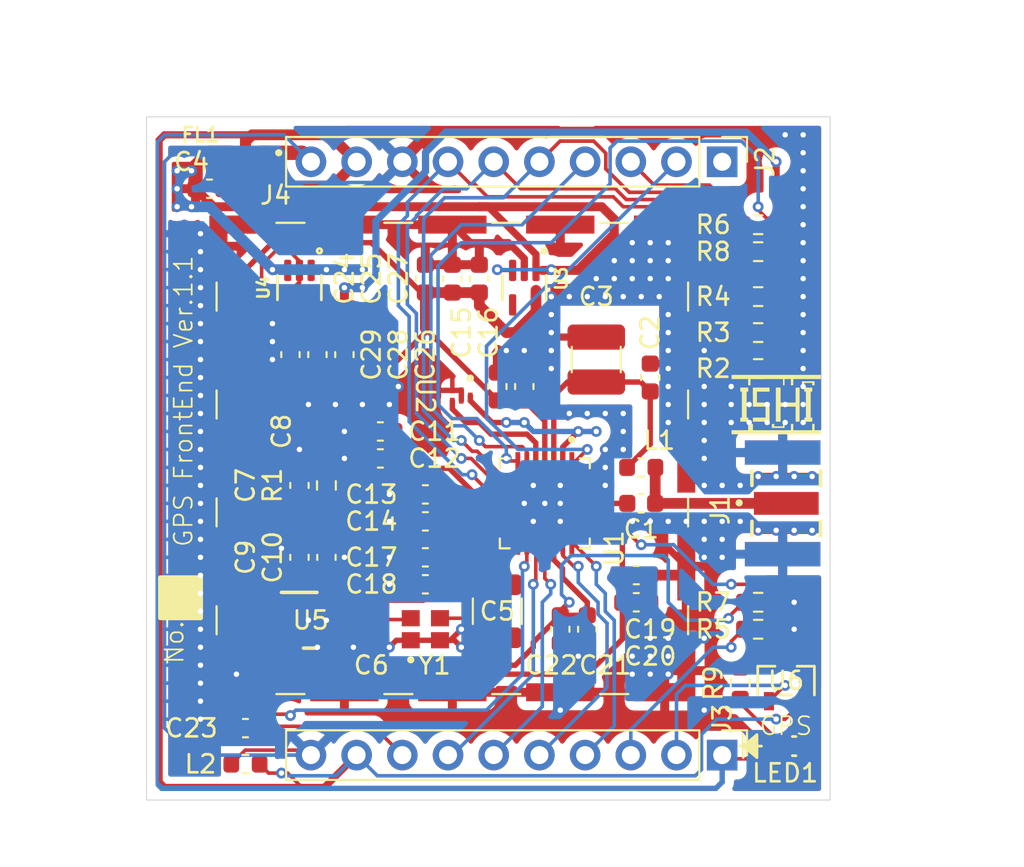
<source format=kicad_pcb>
(kicad_pcb (version 20241229) (generator "pcbnew") (generator_version "9.0")
  (title_block (title "GSP_FrontEnd") (date "2025-11-06") (rev "Rev.1.1") (company "ISHI-Kai"))
  (layers (0 "F.Cu" signal) (2 "B.Cu" signal) (13 "F.Paste" user) (15 "B.Paste" user) (5 "F.SilkS" user "F.Silkscreen") (7 "B.SilkS" user "B.Silkscreen") (1 "F.Mask" user) (3 "B.Mask" user) (25 "Edge.Cuts" user))
  (net 0 "")
  (net 1 "Net-(U1-LNA2)")
  (net 2 "Net-(C1-Pad1)")
  (net 3 "RF_GNDA")
  (net 4 "Net-(U1-ANTBIAS)")
  (net 5 "Net-(Y1-OUTPUT)")
  (net 6 "Net-(U1-XTAL)")
  (net 7 "Net-(U5-OUT)")
  (net 8 "Net-(U1-CPOUT)")
  (net 9 "Net-(C8-Pad1)")
  (net 10 "+3.3VP")
  (net 11 "+3.3VA")
  (net 12 "Net-(U1-CLKOUT)")
  (net 13 "RF_GND")
  (net 14 "RF_CLKOUT")
  (net 15 "Net-(U3-IN)")
  (net 16 "RF_3.3V")
  (net 17 "RF_LED")
  (net 18 "RF_IDEL")
  (net 19 "RF_CS")
  (net 20 "RF_SDATA")
  (net 21 "RF_SCLK")
  (net 22 "RF_SHDN")
  (net 23 "RF_LD")
  (net 24 "RF_Q1")
  (net 25 "RF_I0")
  (net 26 "RF_ANTFLAG")
  (net 27 "RF_I1")
  (net 28 "RF_Q0")
  (net 29 "Net-(LED1-Pad1)")
  (net 30 "Net-(U1-~{IDLE})")
  (net 31 "Net-(U1-~{SHDN})")
  (net 32 "Net-(R9-Pad2)")
  (net 34 "Net-(U1-LNAOUT)")
  (net 35 "Net-(U1-MIXIN)")
  (footprint "Connector_PinHeader_2.54mm:PinHeader_1x10_P2.54mm_Vertical" (layer "F.Cu") (at 154.36 81.5 -90)
    (property "Reference" "J2")
    (property "Value" "Conn_01x10_Pin")
  )
  (footprint "Resistor_SMD:R_0603_1608Metric" (layer "F.Cu") (at 156.36 93)
    (property "Reference" "R2")
    (property "Value" "10k")
  )
  (footprint "GPS_FrontEnd:SO4_1411-SAW_1p1x1p4_KAV" (layer "F.Cu") (at 139.860001 94.5 -90)
    (property "Reference" "U2")
    (property "Value" "SF14-1575F5UUA1")
  )
  (footprint "Capacitor_SMD:C_0603_1608Metric" (layer "F.Cu") (at 137.86 103.5)
    (property "Reference" "C17")
    (property "Value" "100n")
  )
  (footprint "Capacitor_SMD:C_0603_1608Metric" (layer "F.Cu") (at 132.36 103.5 90)
    (property "Reference" "C10")
    (property "Value" "1u")
  )
  (footprint "Capacitor_SMD:C_0603_1608Metric" (layer "F.Cu") (at 141.86 94 90)
    (property "Reference" "C15")
    (property "Value" "100n")
  )
  (footprint "Capacitor_SMD:C_0603_1608Metric" (layer "F.Cu") (at 137.86 100)
    (property "Reference" "C13")
    (property "Value" "100n")
  )
  (footprint "Resistor_SMD:R_0603_1608Metric" (layer "F.Cu") (at 156.36 85)
    (property "Reference" "R6")
    (property "Value" "0")
  )
  (footprint "Capacitor_SMD:C_0603_1608Metric" (layer "F.Cu") (at 143.36 94 90)
    (property "Reference" "C16")
    (property "Value" "100p")
  )
  (footprint "GPS_FrontEnd:C_0505_1313Metric" (layer "F.Cu") (at 134.86 107.5 -90)
    (property "Reference" "C6")
    (property "Value" "10n")
  )
  (footprint "Resistor_SMD:R_0603_1608Metric" (layer "F.Cu") (at 156.36 107.5 180)
    (property "Reference" "R5")
    (property "Value" "0")
  )
  (footprint "GPS_FrontEnd:SMLD12EN1WT86" (layer "F.Cu") (at 158.36 114)
    (property "Reference" "LED1")
    (property "Value" "SMLD12EN1WT86")
  )
  (footprint "GPS_FrontEnd:QFN50P500X500X80-29N" (layer "F.Cu") (at 144.5 100.5 -90)
    (property "Reference" "U1")
    (property "Value" "MAX2769BETI_V_T")
  )
  (footprint "Capacitor_SMD:C_0603_1608Metric" (layer "F.Cu") (at 149.86 100.5 180)
    (property "Reference" "C1")
    (property "Value" "100p")
  )
  (footprint "GPS_FrontEnd:C_1111_2828Metric" (layer "F.Cu") (at 147.36 92.5 90)
    (property "Reference" "C3")
    (property "Value" "100n")
  )
  (footprint "GPS_FrontEnd:SOT65P210X110-5N" (layer "F.Cu") (at 143.36 88.5 -90)
    (property "Reference" "U3")
    (property "Value" "MAX8891EXK33_V_T")
  )
  (footprint "Capacitor_SMD:C_0603_1608Metric" (layer "F.Cu") (at 125.86 83)
    (property "Reference" "C4")
    (property "Value" "1u")
  )
  (footprint "Resistor_SMD:R_0603_1608Metric" (layer "F.Cu") (at 156.36 91)
    (property "Reference" "R3")
    (property "Value" "10k")
  )
  (footprint "Capacitor_SMD:C_0603_1608Metric" (layer "F.Cu") (at 140.86 88 90)
    (property "Reference" "C27")
    (property "Value" "100n")
  )
  (footprint "GPS_FrontEnd:SOT65P210X110-5N" (layer "F.Cu") (at 130.86 88.5 -90)
    (property "Reference" "U4")
    (property "Value" "MAX8891EXK33_V_T")
  )
  (footprint "GPS_FrontEnd:DBV0005A_N" (layer "F.Cu") (at 131.485001 107)
    (property "Reference" "U5")
    (property "Value" "TLV73318PQDBVRQ1")
  )
  (footprint "GPS_FrontEnd:TRANS_DTCZCAHZGT_ROM" (layer "F.Cu") (at 157.909999 110.357)
    (property "Reference" "U6")
    (property "Value" "DTC114ECAHZGT116")
  )
  (footprint "Capacitor_SMD:C_0603_1608Metric" (layer "F.Cu") (at 139.36 88 90)
    (property "Reference" "C25")
    (property "Value" "10n")
  )
  (footprint "Resistor_SMD:R_0603_1608Metric" (layer "F.Cu") (at 156.36 89)
    (property "Reference" "R4")
    (property "Value" "10k")
  )
  (footprint "GPS_FrontEnd:OSC_TX22-18025S-19.200-R" (layer "F.Cu") (at 137.86 107.5)
    (property "Reference" "Y1")
    (property "Value" "NSC5350A-16.368M")
  )
  (footprint "Resistor_SMD:R_0603_1608Metric" (layer "F.Cu") (at 156.36 106)
    (property "Reference" "R7")
    (property "Value" "0")
  )
  (footprint "Capacitor_SMD:C_0603_1608Metric" (layer "F.Cu") (at 130.36 92.225 90)
    (property "Reference" "C29")
    (property "Value" "100n")
  )
  (footprint "Capacitor_SMD:C_0603_1608Metric" (layer "F.Cu") (at 131.86 92.225 90)
    (property "Reference" "C28")
    (property "Value" "10n")
  )
  (footprint "Connector_PinHeader_2.54mm:PinHeader_1x10_P2.54mm_Vertical" (layer "F.Cu") (at 154.36 114.5 -90)
    (property "Reference" "J3")
    (property "Value" "Conn_01x10_Pin")
  )
  (footprint "Resistor_SMD:R_0603_1608Metric" (layer "F.Cu") (at 156.36 86.5)
    (property "Reference" "R8")
    (property "Value" "0")
  )
  (footprint "GPS_FrontEnd:ishikai_logo" (layer "F.Cu") (at 157.36 95)
    (property "Reference" "G***" (hide yes))
    (property "Value" "LOGO" (hide yes))
  )
  (footprint "Capacitor_SMD:C_0603_1608Metric" (layer "F.Cu") (at 150.36 93.5 90)
    (property "Reference" "C2")
    (property "Value" "100p")
  )
  (footprint "Capacitor_SMD:C_0603_1608Metric" (layer "F.Cu") (at 137.86 101.5)
    (property "Reference" "C14")
    (property "Value" "100p")
  )
  (footprint "Resistor_SMD:R_0603_1608Metric" (layer "F.Cu") (at 155.36 110.5 90)
    (property "Reference" "R9")
    (property "Value" "200")
  )
  (footprint "Capacitor_SMD:C_0603_1608Metric" (layer "F.Cu") (at 127.86 113 180)
    (property "Reference" "C23")
    (property "Value" "10n")
  )
  (footprint "GPS_FrontEnd:FIL_NFM21HC104R1A3D" (layer "F.Cu") (at 127.86 81 180)
    (property "Reference" "FL1")
    (property "Value" "NFM21HC104R1A3D")
  )
  (footprint "Capacitor_SMD:C_0603_1608Metric" (layer "F.Cu") (at 137.86 105)
    (property "Reference" "C18")
    (property "Value" "100p")
  )
  (footprint "Capacitor_SMD:C_0603_1608Metric" (layer "F.Cu") (at 145.36 107.5 -90)
    (property "Reference" "C22")
    (property "Value" "100p")
  )
  (footprint "GPS_FrontEnd:SAMTEC_SMA-J-P-H-ST-EM1" (layer "F.Cu") (at 157.9225 100.5 90)
    (property "Reference" "J1")
    (property "Value" "SMA-J-P-H-ST-EM1")
  )
  (footprint "GPS_FrontEnd:C_0505_1313Metric" (layer "F.Cu") (at 131.86 96.5 180)
    (property "Reference" "C8")
    (property "Value" "470p")
  )
  (footprint "Capacitor_SMD:C_0603_1608Metric" (layer "F.Cu") (at 137.86 88 90)
    (property "Reference" "C24")
    (property "Value" "1u")
  )
  (footprint "Capacitor_SMD:C_0603_1608Metric" (layer "F.Cu") (at 146.86 107.5 -90)
    (property "Reference" "C21")
    (property "Value" "100n")
  )
  (footprint "Resistor_SMD:R_0603_1608Metric" (layer "F.Cu") (at 132.36 99.5 90)
    (property "Reference" "R1")
    (property "Value" "20k")
  )
  (footprint "GPS_FrontEnd:TE_2118708-2" (layer "F.Cu") (at 139.36 98)
    (property "Reference" "J4")
    (property "Value" "2118708-2")
  )
  (footprint "Capacitor_SMD:C_0603_1608Metric" (layer "F.Cu") (at 130.86 99.5 90)
    (property "Reference" "C7")
    (property "Value" "27p")
  )
  (footprint "Capacitor_SMD:C_0603_1608Metric" (layer "F.Cu") (at 135.36 96.5)
    (property "Reference" "C11")
    (property "Value" "100n")
  )
  (footprint "Capacitor_SMD:C_0603_1608Metric" (layer "F.Cu") (at 149.585 106)
    (property "Reference" "C20")
    (property "Value" "100p")
  )
  (footprint "Inductor_SMD:L_0603_1608Metric" (layer "F.Cu") (at 127.86 115)
    (property "Reference" "L2")
    (property "Value" "33nH")
  )
  (footprint "Capacitor_SMD:C_0603_1608Metric" (layer "F.Cu") (at 130.86 103.5 90)
    (property "Reference" "C9")
    (property "Value" "1u")
  )
  (footprint "Capacitor_SMD:C_0603_1608Metric" (layer "F.Cu") (at 149.585 104.49)
    (property "Reference" "C19")
    (property "Value" "100n")
  )
  (footprint "Capacitor_SMD:C_1210_3225Metric" (layer "F.Cu") (at 141.86 106.5 90)
    (property "Reference" "C5")
    (property "Value" "1000p")
  )
  (footprint "Capacitor_SMD:C_0603_1608Metric" (layer "F.Cu") (at 135.36 98)
    (property "Reference" "C12")
    (property "Value" "100p")
  )
  (footprint "Inductor_SMD:L_0603_1608Metric" (layer "F.Cu") (at 149.86 98.5 180)
    (property "Reference" "L1")
    (property "Value" "33nH")
  )
  (footprint "Capacitor_SMD:C_0603_1608Metric" (layer "F.Cu") (at 133.36 92.225 90)
    (property "Reference" "C26")
    (property "Value" "1u")
  )
  (gr_rect (start 122.36 79) (end 160.36 117) (stroke (width 0.05)) (fill no) (layer "Edge.Cuts"))
  (gr_text "GPS" (at 156.36 113.4666 0) (layer "F.SilkS") (effects (font (size 1 1) (thickness 0.1)) (justify left bottom)))
  (gr_text "GPS FrontEnd Ver.1.1" (at 125 103 90) (layer "F.SilkS") (effects (font (size 1 1) (thickness 0.1)) (justify left bottom)))
  (gr_text "No." (at 124.5 109.5 90) (layer "F.SilkS") (effects (font (size 1 1) (thickness 0.1)) (justify left bottom)))
  (segment (start 146.86 100.5) (end 149.085 100.5) (width 0.3) (layer "F.Cu") (net 1))
  (segment (start 150.635 98.5125) (end 150.6475 98.5) (width 0.6) (layer "F.Cu") (net 2))
  (segment (start 150.635 100.5) (end 157.9225 100.5) (width 0.6) (layer "F.Cu") (net 2))
  (segment (start 150.635 100.5) (end 150.635 98.5125) (width 0.6) (layer "F.Cu") (net 2))
  (segment (start 132.36 102.725) (end 132.585 102.725) (width 0.3) (layer "F.Cu") (net 3))
  (segment (start 131.5 114.5) (end 131.224 114.224) (width 0.2) (layer "F.Cu") (net 3))
  (segment (start 148.86 89) (end 147.86 89) (width 0.4) (layer "F.Cu") (net 3))
  (segment (start 156.36 102) (end 157.36 102) (width 0.4) (layer "F.Cu") (net 3))
  (segment (start 157.658 79.798) (end 158.86 81) (width 0.5) (layer "F.Cu") (net 3))
  (segment (start 143.36 86.883708) (end 143.36 87.54) (width 0.4) (layer "F.Cu") (net 3))
  (segment (start 141.86 92.5) (end 141.86 93.225) (width 0.3) (layer "F.Cu") (net 3))
  (segment (start 140.365 86) (end 139.36 84.995) (width 0.4) (layer "F.Cu") (net 3))
  (segment (start 135.86 95) (end 135.86 94.5) (width 0.3) (layer "F.Cu") (net 3))
  (segment (start 129.36 90.5) (end 129.41 90.5) (width 0.2) (layer "F.Cu") (net 3))
  (segment (start 146.86 89) (end 145.86 89) (width 0.4) (layer "F.Cu") (net 3))
  (segment (start 138.6725 108.1125) (end 139.4725 108.1125) (width 0.3) (layer "F.Cu") (net 3))
  (segment (start 139.4725 108.1125) (end 139.86 108.5) (width 0.3) (layer "F.Cu") (net 3))
  (segment (start 151.085 92.725) (end 151.36 93) (width 0.4) (layer "F.Cu") (net 3))
  (segment (start 151.875 104.49) (end 152.365 104) (width 0.2) (layer "F.Cu") (net 3))
  (segment (start 145 100) (end 144.5 100.5) (width 0.2) (layer "F.Cu") (net 3))
  (segment (start 130.33487 86.5) (end 129.49781 86.5) (width 0.2) (layer "F.Cu") (net 3))
  (segment (start 154.36 99.5) (end 155.36 99.5) (width 0.4) (layer "F.Cu") (net 3))
  (segment (start 150.36 101.5) (end 150.36 101.995) (width 0.4) (layer "F.Cu") (net 3))
  (segment (start 144.86 89) (end 145.86 89) (width 0.4) (layer "F.Cu") (net 3))
  (segment (start 154.36 101.5) (end 155.36 101.5) (width 0.4) (layer "F.Cu") (net 3))
  (segment (start 136.58 81.5) (end 136.58 81.28) (width 0.2) (layer "F.Cu") (net 3))
  (segment (start 152.36 101.5) (end 152.36 103.995) (width 0.4) (layer "F.Cu") (net 3))
  (segment (start 144.86 91.5) (end 144.86 92) (width 0.4) (layer "F.Cu") (net 3))
  (segment (start 152.36 103.995) (end 152.365 104) (width 0.4) (layer "F.Cu") (net 3))
  (segment (start 142.476292 86) (end 142.918146 86.441854) (width 0.4) (layer "F.Cu") (net 3))
  (segment (start 145.36 108.275) (end 146.86 108.275) (width 0.4) (layer "F.Cu") (net 3))
  (segment (start 131.36 95) (end 132.86 95) (width 0.3) (layer "F.Cu") (net 3))
  (segment (start 152.36 101.5) (end 153.36 101.5) (width 0.4) (layer "F.Cu") (net 3))
  (segment (start 151.365 93) (end 151.365 92.005) (width 0.4) (layer "F.Cu") (net 3))
  (segment (start 147.86 95.5) (end 148.86 95.5) (width 0.4) (layer "F.Cu") (net 3))
  (segment (start 132.009 107.351) (end 131.711 107.351) (width 0.3) (layer "F.Cu") (net 3))
  (segment (start 129.111057 86.899) (end 128.759 87.251057) (width 0.2) (layer "F.Cu") (net 3))
  (segment (start 148.86 96.5) (end 148.86 97.5) (width 0.4) (layer "F.Cu") (net 3))
  (segment (start 130.86 102.725) (end 130.135 102.725) (width 0.3) (layer "F.Cu") (net 3))
  (segment (start 151.36 89.5) (end 150.86 89) (width 0.4) (layer "F.Cu") (net 3))
  (segment (start 131.86 91.45) (end 133.36 91.45) (width 0.3) (layer "F.Cu") (net 3))
  (segment (start 133.86 108.5) (end 133.759003 108.600997) (width 0.3) (layer "F.Cu") (net 3))
  (segment (start 129.41 90.5) (end 130.36 91.45) (width 0.3) (layer "F.Cu") (net 3))
  (segment (start 135.4 108.04) (end 135.86 108.5) (width 0.3) (layer "F.Cu") (net 3))
  (segment (start 136.36 94) (end 136.5725 94.2125) (width 0.3) (layer "F.Cu") (net 3))
  (segment (start 133.759003 108.600997) (end 131.960997 108.600997) (width 0.3) (layer "F.Cu") (net 3))
  (segment (start 145.36 111.005) (end 152.365 111.005) (width 0.4) (layer "F.Cu") (net 3))
  (segment (start 144.86 90.5) (end 144.86 91.5) (width 0.4) (layer "F.Cu") (net 3))
  (segment (start 131.86 107.5) (end 131.36 107) (width 0.3) (layer "F.Cu") (net 3))
  (segment (start 151.36 101.5) (end 152.36 101.5) (width 0.4) (layer "F.Cu") (net 3))
  (segment (start 146.86 108.275) (end 146.86 108.5) (width 0.4) (layer "F.Cu") (net 3))
  (segment (start 130.36 91.45) (end 129.41 91.45) (width 0.3) (layer "F.Cu") (net 3))
  (segment (start 132.009 107.351) (end 132.36 107) (width 0.3) (layer "F.Cu") (net 3))
  (segment (start 142.36 92) (end 141.86 92.5) (width 0.3) (layer "F.Cu") (net 3))
  (segment (start 150.86 89) (end 149.86 89) (width 0.4) (layer "F.Cu") (net 3))
  (segment (start 130.86 87.54) (end 130.86 87.02513) (width 0.2) (layer "F.Cu") (net 3))
  (segment (start 129.49781 86.5) (end 129.111057 86.886753) (width 0.2) (layer "F.Cu") (net 3))
  (segment (start 152.365 98) (end 152.365 98.505) (width 0.4) (layer "F.Cu") (net 3))
  (segment (start 137.085 101.5) (end 137.085 100) (width 0.3) (layer "F.Cu") (net 3))
  (segment (start 127.8485 114.224) (end 127.0725 115) (width 0.2) (layer "F.Cu") (net 3))
  (segment (start 152.365 84.995) (end 152.365 92) (width 0.2) (layer "F.Cu") (net 3))
  (segment (start 146.86 108.5) (end 146.36 109) (width 0.4) (layer "F.Cu") (net 3))
  (segment (start 158.36 99) (end 159.36 99) (width 0.4) (layer "F.Cu") (net 3))
  (segment (start 145.11 91.25) (end 144.86 91) (width 0.4) (layer "F.Cu") (net 3))
  (segment (start 153.36 99.5) (end 154.36 99.5) (width 0.4) (layer "F.Cu") (net 3))
  (segment (start 151.36 96.995) (end 152.365 98) (width 0.4) (layer "F.Cu") (net 3))
  (segment (start 134.86 108.04) (end 135.4 108.04) (width 0.3) (layer "F.Cu") (net 3))
  (segment (start 144.86 91.5) (end 144.86 93) (width 0.4) (layer "F.Cu") (net 3))
  (segment (start 130.135 102.725) (end 129.86 103) (width 0.3) (layer "F.Cu") (net 3))
  (segment (start 130.86 87.54) (end 130.86 88.18287) (width 0.2) (layer "F.Cu") (net 3))
  (segment (start 130.86 102.725) (end 132.36 102.725) (width 0.3) (layer "F.Cu") (net 3))
  (segment (start 150.36 92.725) (end 151.085 92.725) (width 0.4) (layer "F.Cu") (net 3))
  (segment (start 156.36 99) (end 157.36 99) (width 0.4) (layer "F.Cu") (net 3))
  (segment (start 130.36 91.45) (end 131.86 91.45) (width 0.3) (layer "F.Cu") (net 3))
  (segment (start 133.36 111.005) (end 126.355 111.005) (width 0.4) (layer "F.Cu") (net 3))
  (segment (start 139.2475 108.1125) (end 139.86 107.5) (width 0.3) (layer "F.Cu") (net 3))
  (segment (start 137.085 103.5) (end 135.86 103.5) (width 0.3) (layer "F.Cu") (net 3))
  (segment (start 146.86 95.5) (end 147.86 95.5) (width 0.4) (layer "F.Cu") (net 3))
  (segment (start 158.36 102) (end 159.36 102) (width 0.4) (layer "F.Cu") (net 3))
  (segment (start 150.36 101.5) (end 151.36 101.5) (width 0.4) (layer "F.Cu") (net 3))
  (segment (start 129.41 91.45) (end 129.36 91.5) (width 0.2) (layer "F.Cu") (net 3))
  (segment (start 151.36 90) (end 151.36 89.5) (width 0.4) (layer "F.Cu") (net 3))
  (segment (start 147.86 98.5) (end 147.86 99.5) (width 0.4) (layer "F.Cu") (net 3))
  (segment (start 143.36 93.225) (end 143.36 92) (width 0.3) (layer "F.Cu") (net 3))
  (segment (start 139.36 87.225) (end 140.86 87.225) (width 0.4) (layer "F.Cu") (net 3))
  (segment (start 144.86 93) (end 143.585 93) (width 0.4) (layer "F.Cu") (net 3))
  (segment (start 150.36 104.49) (end 151.875 104.49) (width 0.6) (layer "F.Cu") (net 3))
  (segment (start 157.36 99) (end 158.36 99) (width 0.4) (layer "F.Cu") (net 3))
  (segment (start 137.085 105) (end 135.86 105) (width 0.3) (layer "F.Cu") (net 3))
  (segment (start 137.86 87.225) (end 139.36 87.225) (width 0.4) (layer "F.Cu") (net 3))
  (segment (start 126.355 104) (end 126.355 111.005) (width 0.4) (layer "F.Cu") (net 3))
  (segment (start 151.36 91) (end 151.36 90) (width 0.4) (layer "F.Cu") (net 3))
  (segment (start 143.585 93) (end 143.36 93.225) (width 0.3) (layer "F.Cu") (net 3))
  (segment (start 153.36 101.5) (end 154.36 101.5) (width 0.4) (layer "F.Cu") (net 3))
  (segment (start 146.585 108.275) (end 146.11 108.75) (width 0.4) (layer "F.Cu") (net 3))
  (segment (start 130.86 88.18287) (end 130.47887 88.564) (width 0.2) (layer "F.Cu") (net 3))
  (segment (start 139.36 87.225) (end 139.36 84.995) (width 0.4) (layer "F.Cu") (net 3))
  (segment (start 155.86 101.5) (end 156.36 102) (width 0.4) (layer "F.Cu") (net 3))
  (segment (start 134.585 96.5) (end 134.585 98) (width 0.3) (layer "F.Cu") (net 3))
  (segment (start 144.86 90.5) (end 144.86 91) (width 0.4) (layer "F.Cu") (net 3))
  (segment (start 151.36 93) (end 151.36 94) (width 0.4) (layer "F.Cu") (net 3))
  (segment (start 129.111057 86.886753) (end 129.111057 86.899) (width 0.2) (layer "F.Cu") (net 3))
  (segment (start 137.085 101.5) (end 135.86 101.5) (width 0.3) (layer "F.Cu") (net 3))
  (segment (start 151.365 92.005) (end 151.36 92) (width 0.4) (layer "F.Cu") (net 3))
  (segment (start 131.32 95.04) (end 131.36 95) (width 0.3) (layer "F.Cu") (net 3))
  (segment (start 131.224 114.224) (end 127.8485 114.224) (width 0.2) (layer "F.Cu") (net 3))
  (segment (start 126.355 84.995) (end 125.85 85.5) (width 0.4) (layer "F.Cu") (net 3))
  (segment (start 147.86 97.5) (end 147.86 98.5) (width 0.4) (layer "F.Cu") (net 3))
  (segment (start 130.86 96.96) (end 131.32 96.5) (width 0.3) (layer "F.Cu") (net 3))
  (segment (start 145.36 108.275) (end 145.635 108.275) (width 0.4) (layer "F.Cu") (net 3))
  (segment (start 148.86 97.5) (end 147.86 97.5) (width 0.4) (layer "F.Cu") (net 3))
  (segment (start 130.86 90.95) (end 130.36 91.45) (width 0.2) (layer "F.Cu") (net 3))
  (segment (start 151.36 95) (end 151.36 96) (width 0.4) (layer "F.Cu") (net 3))
  (segment (start 126.355 84.995) (end 126.355 92) (width 0.4) (layer "F.Cu") (net 3))
  (segment (start 151.36 92) (end 151.36 91) (width 0.4) (layer "F.Cu") (net 3))
  (segment (start 138.785 108) (end 138.6725 108.1125) (width 0.3) (layer "F.Cu") (net 3))
  (segment (start 135.86 94.5) (end 136.36 94) (width 0.3) (layer "F.Cu") (net 3))
  (segment (start 131.86 108.5) (end 131.86 107.5) (width 0.3) (layer "F.Cu") (net 3))
  (segment (start 137.085 100) (end 135.86 100) (width 0.3) (layer "F.Cu") (net 3))
  (segment (start 129.94113 88.564) (end 129.36 89.14513) (width 0.2) (layer "F.Cu") (net 3))
  (segment (start 128.759 88.54413) (end 129.36 89.14513) (width 0.2) (layer "F.Cu") (net 3))
  (segment (start 132.585 102.725) (end 133.36 103.5) (width 0.3) (layer "F.Cu") (net 3))
  (segment (start 149.36 101.5) (end 150.36 101.5) (width 0.4) (layer "F.Cu") (net 3))
  (segment (start 155.86 99.5) (end 156.36 99) (width 0.4) (layer "F.Cu") (net 3))
  (segment (start 139.36 84.995) (end 126.355 84.995) (width 0.4) (layer "F.Cu") (net 3))
  (segment (start 147.36 91.25) (end 145.11 91.25) (width 0.4) (layer "F.Cu") (net 3))
  (segment (start 136.5725 94.2125) (end 139.360002 94.2125) (width 0.3) (layer "F.Cu") (net 3))
  (segment (start 147.86 89) (end 146.86 89) (width 0.4) (layer "F.Cu") (net 3))
  (segment (start 146.86 108.275) (end 146.585 108.275) (width 0.4) (layer "F.Cu") (net 3))
  (segment (start 134.36 95) (end 134.36 96.275) (width 0.3) (layer "F.Cu") (net 3))
  (segment (start 152.365 104) (end 152.365 111.005) (width 0.4) (layer "F.Cu") (net 3))
  (segment (start 151.36 93) (end 151.365 93) (width 0.4) (layer "F.Cu") (net 3))
  (segment (start 134.585 96.5) (end 133.36 96.5) (width 0.3) (layer "F.Cu") (net 3))
  (segment (start 134.86 108.04) (end 134.32 108.04) (width 0.3) (layer "F.Cu") (net 3))
  (segment (start 128.759 87.251057) (end 128.759 88.54413) (width 0.2) (layer "F.Cu") (net 3))
  (segment (start 151.36 96) (end 151.36 96.995) (width 0.4) (layer "F.Cu") (net 3))
  (segment (start 150.36 101.995) (end 152.365 104) (width 0.4) (layer "F.Cu") (net 3))
  (segment (start 140.365 86) (end 142.476292 86) (width 0.4) (layer "F.Cu") (net 3))
  (segment (start 132.86 95) (end 134.36 95) (width 0.3) (layer "F.Cu") (net 3))
  (segment (start 145.86 95.5) (end 146.86 95.5) (width 0.4) (layer "F.Cu") (net 3))
  (segment (start 151.365 93) (end 152.365 92) (width 0.4) (layer "F.Cu") (net 3))
  (segment (start 130.86 98.725) (end 130.86 97.5) (width 0.3) (layer "F.Cu") (net 3))
  (segment (start 152.365 98.505) (end 153.36 99.5) (width 0.4) (layer "F.Cu") (net 3))
  (segment (start 145.635 108.275) (end 146.11 108.75) (width 0.4) (layer "F.Cu") (net 3))
  (segment (start 131.711 107.351) (end 131.36 107) (width 0.3) (layer "F.Cu") (net 3))
  (segment (start 142.918146 86.441854) (end 143.36 86.883708) (width 0.4) (layer "F.Cu") (net 3))
  (segment (start 139.360002 94.2125) (end 139.860001 94.2125) (width 0.3) (layer "F.Cu") (net 3))
  (segment (start 141.86 93.225) (end 143.36 93.225) (width 0.4) (layer "F.Cu") (net 3))
  (segment (start 157.36 102) (end 158.36 102) (width 0.4) (layer "F.Cu") (net 3))
  (segment (start 131.36 107) (end 130.11 107) (width 0.3) (layer "F.Cu") (net 3))
  (segment (start 130.47887 88.564) (end 129.94113 88.564) (width 0.2) (layer "F.Cu") (net 3))
  (segment (start 155.36 101.5) (end 155.86 101.5) (width 0.4) (layer "F.Cu") (net 3))
  (segment (start 129.36 89.14513) (end 129.36 90.5) (width 0.2) (layer "F.Cu") (net 3))
  (segment (start 146.11 108.75) (end 146.36 109) (width 0.4) (layer "F.Cu") (net 3))
  (segment (start 149.86 89) (end 148.86 89) (width 0.4) (layer "F.Cu") (net 3))
  (segment (start 144.748708 84.995) (end 145.36 84.995) (width 0.4) (layer "F.Cu") (net 3))
  (segment (start 139.860001 94.2125) (end 139.860001 94.7875) (width 0.3) (layer "F.Cu") (net 3))
  (segment (start 131.960997 108.600997) (end 131.86 108.5) (width 0.3) (layer "F.Cu") (net 3))
  (segment (start 155.36 99.5) (end 155.86 99.5) (width 0.4) (layer "F.Cu") (net 3))
  (segment (start 136.58 81.28) (end 138.062 79.798) (width 0.5) (layer "F.Cu") (net 3))
  (segment (start 136.2475 108.1125) (end 135.86 108.5) (width 0.3) (layer "F.Cu") (net 3))
  (segment (start 131.32 96.5) (end 131.32 95.04) (width 0.3) (layer "F.Cu") (net 3))
  (segment (start 144.86 90) (end 144.86 90.5) (width 0.4) (layer "F.Cu") (net 3))
  (segment (start 134.585 98) (end 133.36 98) (width 0.3) (layer "F.Cu") (net 3))
  (segment (start 138.6725 108.1125) (end 139.2475 108.1125) (width 0.3) (layer "F.Cu") (net 3))
  (segment (start 137.085 105) (end 137.085 103.5) (width 0.3) (layer "F.Cu") (net 3))
  (segment (start 130.86 88.18287) (end 130.86 90.95) (width 0.2) (layer "F.Cu") (net 3))
  (segment (start 134.32 108.04) (end 133.86 108.5) (width 0.3) (layer "F.Cu") (net 3))
  (segment (start 125.85 85.5) (end 125.36 85.5) (width 0.4) (layer "F.Cu") (net 3))
  (segment (start 138.062 79.798) (end 157.658 79.798) (width 0.5) (layer "F.Cu") (net 3))
  (segment (start 145.36 112) (end 145.36 111.005) (width 0.4) (layer "F.Cu") (net 3))
  (segment (start 138.6725 108.1125) (end 137.0475 108.1125) (width 0.3) (layer "F.Cu") (net 3))
  (segment (start 148.86 95.5) (end 148.86 96.5) (width 0.4) (layer "F.Cu") (net 3))
  (segment (start 134.36 96.275) (end 134.585 96.5) (width 0.3) (layer "F.Cu") (net 3))
  (segment (start 151.36 94) (end 151.36 95) (width 0.4) (layer "F.Cu") (net 3))
  (segment (start 139.36 111.005) (end 133.36 111.005) (width 0.4) (layer "F.Cu") (net 3))
  (segment (start 137.0475 108.1125) (end 136.2475 108.1125) (width 0.3) (layer "F.Cu") (net 3))
  (segment (start 130.86 87.02513) (end 130.33487 86.5) (width 0.2) (layer "F.Cu") (net 3))
  (segment (start 145.36 111.005) (end 139.36 111.005) (width 0.4) (layer "F.Cu") (net 3))
  (segment (start 144.86 90) (end 144.86 89) (width 0.4) (layer "F.Cu") (net 3))
  (segment (start 130.86 97.5) (end 130.86 96.96) (width 0.3) (layer "F.Cu") (net 3))
  (segment (start 146.86 100) (end 145 100) (width 0.3) (layer "F.Cu") (net 3))
  (via (at 148.86 96.5) (size 0.6) (drill 0.3) (layers "F.Cu" "B.Cu") (net 3))
  (via (at 156.36 99) (size 0.6) (drill 0.3) (layers "F.Cu" "B.Cu") (net 3))
  (via (at 147.86 98.5) (size 0.6) (drill 0.3) (layers "F.Cu" "B.Cu") (net 3))
  (via (at 149.36 87) (size 0.6) (drill 0.3) (layers "F.Cu" "B.Cu") (net 3))
  (via (at 151.36 108) (size 0.6) (drill 0.3) (layers "F.Cu" "B.Cu") (net 3))
  (via (at 150.36 87) (size 0.6) (drill 0.3) (layers "F.Cu" "B.Cu") (net 3))
  (via (at 125.36 102.5) (size 0.6) (drill 0.3) (layers "F.Cu" "B.Cu") (net 3))
  (via (at 125.36 89.5) (size 0.6) (drill 0.3) (layers "F.Cu" "B.Cu") (net 3))
  (via (at 151.36 94) (size 0.6) (drill 0.3) (layers "F.Cu" "B.Cu") (net 3))
  (via (at 133.36 96.5) (size 0.6) (drill 0.3) (layers "F.Cu" "B.Cu") (net 3))
  (via (at 143.36 92) (size 0.6) (drill 0.3) (layers "F.Cu" "B.Cu") (net 3))
  (via (at 147.86 89) (size 0.6) (drill 0.3) (layers "F.Cu" "B.Cu") (net 3))
  (via (at 125.36 88.5) (size 0.6) (drill 0.3) (layers "F.Cu" "B.Cu") (net 3))
  (via (at 148.86 97.5) (size 0.6) (drill 0.3) (layers "F.Cu" "B.Cu") (net 3))
  (via (at 154.36 99.5) (size 0.6) (drill 0.3) (layers "F.Cu" "B.Cu") (net 3))
  (via (at 135.86 105) (size 0.6) (drill 0.3) (layers "F.Cu" "B.Cu") (net 3))
  (via (at 154.86 94) (size 0.6) (drill 0.3) (layers "F.Cu" "B.Cu") (net 3))
  (via (at 158.36 99) (size 0.6) (drill 0.3) (layers "F.Cu" "B.Cu") (net 3))
  (via (at 151.36 87) (size 0.6) (drill 0.3) (layers "F.Cu" "B.Cu") (net 3))
  (via (at 147.86 97.5) (size 0.6) (drill 0.3) (layers "F.Cu" "B.Cu") (net 3))
  (via (at 144.86 90) (size 0.6) (drill 0.3) (layers "F.Cu" "B.Cu") (net 3))
  (via (at 152.36 101.5) (size 0.6) (drill 0.3) (layers "F.Cu" "B.Cu") (net 3))
  (via (at 143.36 100.5) (size 0.6) (drill 0.3) (layers "F.Cu" "B.Cu") (net 3))
  (via (at 142.36 92) (size 0.6) (drill 0.3) (layers "F.Cu" "B.Cu") (net 3))
  (via (at 145.86 89) (size 0.6) (drill 0.3) (layers "F.Cu" "B.Cu") (net 3))
  (via (at 151.36 95) (size 0.6) (drill 0.3) (layers "F.Cu" "B.Cu") (net 3))
  (via (at 148.36 87) (size 0.6) (drill 0.3) (layers "F.Cu" "B.Cu") (net 3))
  (via (at 159.36 99) (size 0.6) (drill 0.3) (layers "F.Cu" "B.Cu") (net 3))
  (via (at 148.86 95.5) (size 0.6) (drill 0.3) (layers "F.Cu" "B.Cu") (net 3))
  (via (at 154.86 95) (size 0.6) (drill 0.3) (layers "F.Cu" "B.Cu") (net 3))
  (via (at 150.36 108) (size 0.6) (drill 0.3) (layers "F.Cu" "B.Cu") (net 3))
  (via (at 158.36 107.5) (size 0.6) (drill 0.3) (layers "F.Cu" "B.Cu") (net 3))
  (via (at 158.86 83) (size 0.6) (drill 0.3) (layers "F.Cu" "B.Cu") (net 3))
  (via (at 132.36 107) (size 0.6) (drill 0.3) (layers "F.Cu" "B.Cu") (net 3))
  (via (at 135.86 101.5) (size 0.6) (drill 0.3) (layers "F.Cu" "B.Cu") (net 3))
  (via (at 144.86 89) (size 0.6) (drill 0.3) (layers "F.Cu" "B.Cu") (net 3))
  (via (at 131.36 107) (size 0.6) (drill 0.3) (layers "F.Cu" "B.Cu") (net 3))
  (via (at 132.86 95) (size 0.6) (drill 0.3) (layers "F.Cu" "B.Cu") (net 3))
  (via (at 153.36 94) (size 0.6) (drill 0.3) (layers "F.Cu" "B.Cu") (net 3))
  (via (at 151.36 93) (size 0.6) (drill 0.3) (layers "F.Cu" "B.Cu") (net 3))
  (via (at 158.86 82) (size 0.6) (drill 0.3) (layers "F.Cu" "B.Cu") (net 3))
  (via (at 155.86 96) (size 0.6) (drill 0.3) (layers "F.Cu" "B.Cu") (net 3))
  (via (at 145.86 95.5) (size 0.6) (drill 0.3) (layers "F.Cu" "B.Cu") (net 3))
  (via (at 129.36 90.5) (size 0.6) (drill 0.3) (layers "F.Cu" "B.Cu") (net 3))
  (via (at 125.36 111.5) (size 0.6) (drill 0.3) (layers "F.Cu" "B.Cu") (net 3))
  (via (at 151.36 109) (size 0.6) (drill 0.3) (layers "F.Cu" "B.Cu") (net 3))
  (via (at 156.86 95) (size 0.6) (drill 0.3) (layers "F.Cu" "B.Cu") (net 3))
  (via (at 154.36 102.5) (size 0.6) (drill 0.3) (layers "F.Cu" "B.Cu") (net 3))
  (via (at 125.36 100.5) (size 0.6) (drill 0.3) (layers "F.Cu" "B.Cu") (net 3))
  (via (at 151.36 110) (size 0.6) (drill 0.3) (layers "F.Cu" "B.Cu") (net 3))
  (via (at 129.86 103) (size 0.6) (drill 0.3) (layers "F.Cu" "B.Cu") (net 3))
  (via (at 155.86 95) (size 0.6) (drill 0.3) (layers "F.Cu" "B.Cu") (net 3))
  (via (at 153.36 102.5) (size 0.6) (drill 0.3) (layers "F.Cu" "B.Cu") (net 3))
  (via (at 125.36 85.5) (size 0.6) (drill 0.3) (layers "F.Cu" "B.Cu") (net 3))
  (via (at 158.36 106) (size 0.6) (drill 0.3) (layers "F.Cu" "B.Cu") (net 3))
  (via (at 125.36 103.5) (size 0.6) (drill 0.3) (layers "F.Cu" "B.Cu") (net 3))
  (via (at 125.36 90.5) (size 0.6) (drill 0.3) (layers "F.Cu" "B.Cu") (net 3))
  (via (at 125.36 101.5) (size 0.6) (drill 0.3) (layers "F.Cu" "B.Cu") (net 3))
  (via (at 136.36 94) (size 0.6) (drill 0.3) (layers "F.Cu" "B.Cu") (net 3))
  (via (at 158.86 95) (size 0.6) (drill 0.3) (layers "F.Cu" "B.Cu") (net 3))
  (via (at 125.36 112.5) (size 0.6) (drill 0.3) (layers "F.Cu" "B.Cu") (net 3))
  (via (at 158.86 81) (size 0.6) (drill 0.3) (layers "F.Cu" "B.Cu") (net 3))
  (via (at 125.36 86.5) (size 0.6) (drill 0.3) (layers "F.Cu" "B.Cu") (net 3))
  (via (at 133.86 108.5) (size 0.6) (drill 0.3) (layers "F.Cu" "B.Cu") (net 3))
  (via (at 158.86 89) (size 0.6) (drill 0.3) (layers "F.Cu" "B.Cu") (net 3))
  (via (at 133.36 103.5) (size 0.6) (drill 0.3) (layers "F.Cu" "B.Cu") (net 3))
  (via (at 135.86 103.5) (size 0.6) (drill 0.3) (layers "F.Cu" "B.Cu") (net 3))
  (via (at 125.36 104.5) (size 0.6) (drill 0.3) (layers "F.Cu" "B.Cu") (net 3))
  (via (at 148.36 88) (size 0.6) (drill 0.3) (layers "F.Cu" "B.Cu") (net 3))
  (via (at 158.86 91) (size 0.6) (drill 0.3) (layers "F.Cu" "B.Cu") (net 3))
  (via (at 143.86 99.5) (size 0.6) (drill 0.3) (layers "F.Cu" "B.Cu") (net 3))
  (via (at 151.36 90) (size 0.6) (drill 0.3) (layers "F.Cu" "B.Cu") (net 3))
  (via (at 129.36 91.5) (size 0.6) (drill 0.3) (layers "F.Cu" "B.Cu") (net 3))
  (via (at 156.86 96) (size 0.6) (drill 0.3) (layers "F.Cu" "B.Cu") (net 3))
  (via (at 155.36 99.5) (size 0.6) (drill 0.3) (layers "F.Cu" "B.Cu") (net 3))
  (via (at 158.86 85) (size 0.6) (drill 0.3) (layers "F.Cu" "B.Cu") (net 3))
  (via (at 158.86 90) (size 0.6) (drill 0.3) (layers "F.Cu" "B.Cu") (net 3))
  (via (at 153.36 98) (size 0.6) (drill 0.3) (layers "F.Cu" "B.Cu") (net 3))
  (via (at 135.86 108.5) (size 0.6) (drill 0.3) (layers "F.Cu" "B.Cu") (net 3))
  (via (at 151.36 101.5) (size 0.6) (drill 0.3) (layers "F.Cu" "B.Cu") (net 3))
  (via (at 159.36 102) (size 0.6) (drill 0.3) (layers "F.Cu" "B.Cu") (net 3))
  (via (at 150.36 86) (size 0.6) (drill 0.3) (layers "F.Cu" "B.Cu") (net 3))
  (via (at 139.86 107.5) (size 0.6) (drill 0.3) (layers "F.Cu" "B.Cu") (net 3))
  (via (at 158.86 92) (size 0.6) (drill 0.3) (layers "F.Cu" "B.Cu") (net 3))
  (via (at 151.36 96) (size 0.6) (drill 0.3) (layers "F.Cu" "B.Cu") (net 3))
  (via (at 144.86 93) (size 0.6) (drill 0.3) (layers "F.Cu" "B.Cu") (net 3))
  (via (at 158.86 80) (size 0.6) (drill 0.3) (layers "F.Cu" "B.Cu") (net 3))
  (via (at 125.36 110.5) (size 0.6) (drill 0.3) (layers "F.Cu" "B.Cu") (net 3))
  (via (at 127.36 110) (size 0.6) (drill 0.3) (layers "F.Cu" "B.Cu") (net 3))
  (via (at 157.86 80) (size 0.6) (drill 0.3) (layers "F.Cu" "B.Cu") (net 3))
  (via (at 153.36 97) (size 0.6) (drill 0.3) (layers "F.Cu" "B.Cu") (net 3))
  (via (at 144.86 92) (size 0.6) (drill 0.3) (layers "F.Cu" "B.Cu") (net 3))
  (via (at 149.36 86) (size 0.6) (drill 0.3) (layers "F.Cu" "B.Cu") (net 3))
  (via (at 151.36 92) (size 0.6) (drill 0.3) (layers "F.Cu" "B.Cu") (net 3))
  (via (at 158.86 88) (size 0.6) (drill 0.3) (layers "F.Cu" "B.Cu") (net 3))
  (via (at 125.36 107.5) (size 0.6) (drill 0.3) (layers "F.Cu" "B.Cu") (net 3))
  (via (at 153.36 103.5) (size 0.6) (drill 0.3) (layers "F.Cu" "B.Cu") (net 3))
  (via (at 147.86 99.5) (size 0.6) (drill 0.3) (layers "F.Cu" "B.Cu") (net 3))
  (via (at 151.36 91) (size 0.6) (drill 0.3) (layers "F.Cu" "B.Cu") (net 3))
  (via (at 158.86 93) (size 0.6) (drill 0.3) (layers "F.Cu" "B.Cu") (net 3))
  (via (at 154.36 103.5) (size 0.6) (drill 0.3) (layers "F.Cu" "B.Cu") (net 3))
  (via (at 151.36 86) (size 0.6) (drill 0.3) (layers "F.Cu" "B.Cu") (net 3))
  (via (at 153.36 99.5) (size 0.6) (drill 0.3) (layers "F.Cu" "B.Cu") (net 3))
  (via (at 156.36 102) (size 0.6) (drill 0.3) (layers "F.Cu" "B.Cu") (net 3))
  (via (at 158.86 86) (size 0.6) (drill 0.3) (layers "F.Cu" "B.Cu") (net 3))
  (via (at 150.36 101.5) (size 0.6) (drill 0.3) (layers "F.Cu" "B.Cu") (net 3))
  (via (at 125.36 98.5) (size 0.6) (drill 0.3) (layers "F.Cu" "B.Cu") (net 3))
  (via (at 153.36 96) (size 0.6) (drill 0.3) (layers "F.Cu" "B.Cu") (net 3))
  (via (at 145.36 99.5) (size 0.6) (drill 0.3) (layers "F.Cu" "B.Cu") (net 3))
  (via (at 158.86 96) (size 0.6) (drill 0.3) (layers "F.Cu" "B.Cu") (net 3))
  (via (at 125.36 96.5) (size 0.6) (drill 0.3) (layers "F.Cu" "B.Cu") (net 3))
  (via (at 146.36 109) (size 0.6) (drill 0.3) (layers "F.Cu" "B.Cu") (net 3))
  (via (at 148.86 89) (size 0.6) (drill 0.3) (layers "F.Cu" "B.Cu") (net 3))
  (via (at 129.36 92.5) (size 0.6) (drill 0.3) (layers "F.Cu" "B.Cu") (net 3))
  (via (at 147.36 88) (size 0.6) (drill 0.3) (layers "F.Cu" "B.Cu") (net 3))
  (via (at 135.86 95) (size 0.6) (drill 0.3) (layers "F.Cu" "B.Cu") (net 3))
  (via (at 151.36 88) (size 0.6) (drill 0.3) (layers "F.Cu" "B.Cu") (net 3))
  (via (at 158.36 102) (size 0.6) (drill 0.3) (layers "F.Cu" "B.Cu") (net 3))
  (via (at 158.86 84) (size 0.6) (drill 0.3) (layers "F.Cu" "B.Cu") (net 3))
  (via (at 155.36 101.5) (size 0.6) (drill 0.3) (layers "F.Cu" "B.Cu") (net 3))
  (via (at 139.86 108.5) (size 0.6) (drill 0.3) (layers "F.Cu" "B.Cu") (net 3))
  (via (at 154.86 96) (size 0.6) (drill 0.3) (layers "F.Cu" "B.Cu") (net 3))
  (via (at 150.36 88) (size 0.6) (drill 0.3) (layers "F.Cu" "B.Cu") (net 3))
  (via (at 150.86 89) (size 0.6) (drill 0.3) (layers "F.Cu" "B.Cu") (net 3))
  (via (at 131.86 108.5) (size 0.6) (drill 0.3) (layers "F.Cu" "B.Cu") (net 3))
  (via (at 125.36 95.5) (size 0.6) (drill 0.3) (layers "F.Cu" "B.Cu") (net 3))
  (via (at 146.86 95.5) (size 0.6) (drill 0.3) (layers "F.Cu" "B.Cu") (net 3))
  (via (at 153.36 112) (size 0.6) (drill 0.3) (layers "F.Cu" "B.Cu") (net 3))
  (via (at 145.36 100.5) (size 0.6) (drill 0.3) (layers "F.Cu" "B.Cu") (net 3))
  (via (at 125.36 106.5) (size 0.6) (drill 0.3) (layers "F.Cu" "B.Cu") (net 3))
  (via (at 125.36 94.5) (size 0.6) (drill 0.3) (layers "F.Cu" "B.Cu") (net 3))
  (via (at 145.36 112) (size 0.6) (drill 0.3) (layers "F.Cu" "B.Cu") (net 3))
  (via (at 125.36 109.5) (size 0.6) (drill 0.3) (layers "F.Cu" "B.Cu") (net 3))
  (via (at 158.86 87) (size 0.6) (drill 0.3) (layers "F.Cu" "B.Cu") (net 3))
  (via (at 125.36 97.5) (size 0.6) (drill 0.3) (layers "F.Cu" "B.Cu") (net 3))
  (via (at 153.36 108) (size 0.6) (drill 0.3) (layers "F.Cu" "B.Cu") (net 3))
  (via (at 158.86 94) (size 0.6) (drill 0.3) (layers "F.Cu" "B.Cu") (net 3))
  (via (at 143.86 101.5) (size 0.6) (drill 0.3) (layers "F.Cu" "B.Cu") (net 3))
  (via (at 153.36 101.5) (size 0.6) (drill 0.3) (layers "F.Cu" "B.Cu") (net 3))
  (via (at 146.86 89) (size 0.6) (drill 0.3) (layers "F.Cu" "B.Cu") (net 3))
  (via (at 157.36 99) (size 0.6) (drill 0.3) (layers "F.Cu" "B.Cu") (net 3))
  (via (at 144.5 100.5) (size 0.6) (drill 0.3) (layers "F.Cu" "B.Cu") (net 3))
  (via (at 125.36 99.5) (size 0.6) (drill 0.3) (layers "F.Cu" "B.Cu") (net 3))
  (via (at 135.86 100) (size 0.6) (drill 0.3) (layers "F.Cu" "B.Cu") (net 3))
  (via (at 149.36 88) (size 0.6) (drill 0.3) (layers "F.Cu" "B.Cu") (net 3))
  (via (at 134.36 95) (size 0.6) (drill 0.3) (layers "F.Cu" "B.Cu") (net 3))
  (via (at 153.36 95) (size 0.6) (drill 0.3) (layers "F.Cu" "B.Cu") (net 3))
  (via (at 131.36 95) (size 0.6) (drill 0.3) (layers "F.Cu" "B.Cu") (net 3))
  (via (at 149.36 110) (size 0.6) (drill 0.3) (layers "F.Cu" "B.Cu") (net 3))
  (via (at 150.36 109) (size 0.6) (drill 0.3) (layers "F.Cu" "B.Cu") (net 3))
  (via (at 149.86 89) (size 0.6) (drill 0.3) (layers "F.Cu" "B.Cu") (net 3))
  (via (at 154.36 101.5) (size 0.6) (drill 0.3) (layers "F.Cu" "B.Cu") (net 3))
  (via (at 125.36 93.5) (size 0.6) (drill 0.3) (layers "F.Cu" "B.Cu") (net 3))
  (via (at 130.86 97.5) (size 0.6) (drill 0.3) (layers "F.Cu" "B.Cu") (net 3))
  (via (at 149.36 101.5) (size 0.6) (drill 0.3) (layers "F.Cu" "B.Cu") (net 3))
  (via (at 125.36 105.5) (size 0.6) (drill 0.3) (layers "F.Cu" "B.Cu") (net 3))
  (via (at 153.36 92) (size 0.6) (drill 0.3) (layers "F.Cu" "B.Cu") (net 3))
  (via (at 157.86 96) (size 0.6) (drill 0.3) (layers "F.Cu" "B.Cu") (net 3))
  (via (at 125.36 92.5) (size 0.6) (drill 0.3) (layers "F.Cu" "B.Cu") (net 3))
  (via (at 149.36 109) (size 0.6) (drill 0.3) (layers "F.Cu" "B.Cu") (net 3))
  (via (at 144.86 91) (size 0.6) (drill 0.3) (layers "F.Cu" "B.Cu") (net 3))
  (via (at 147.86 95.5) (size 0.6) (drill 0.3) (layers "F.Cu" "B.Cu") (net 3))
  (via (at 150.36 110) (size 0.6) (drill 0.3) (layers "F.Cu" "B.Cu") (net 3))
  (via (at 133.36 98) (size 0.6) (drill 0.3) (layers "F.Cu" "B.Cu") (net 3))
  (via (at 145.36 101.5) (size 0.6) (drill 0.3) (layers "F.Cu" "B.Cu") (net 3))
  (via (at 157.36 102) (size 0.6) (drill 0.3) (layers "F.Cu" "B.Cu") (net 3))
  (via (at 125.36 87.5) (size 0.6) (drill 0.3) (layers "F.Cu" "B.Cu") (net 3))
  (via (at 125.36 91.5) (size 0.6) (drill 0.3) (layers "F.Cu" "B.Cu") (net 3))
  (via (at 157.86 95) (size 0.6) (drill 0.3) (layers "F.Cu" "B.Cu") (net 3))
  (via (at 125.36 108.5) (size 0.6) (drill 0.3) (layers "F.Cu" "B.Cu") (net 3))
  (segment (start 123.362 102.5) (end 123.362 101.5) (width 0.2) (layer "B.Cu") (net 3))
  (segment (start 125.36 92.5) (end 123.362 92.5) (width 0.2) (layer "B.Cu") (net 3))
  (segment (start 144.86 92) (end 144.86 91) (width 0.4) (layer "B.Cu") (net 3))
  (segment (start 123.362 103.5) (end 123.362 102.5) (width 0.2) (layer "B.Cu") (net 3))
  (segment (start 123.362 107.5) (end 123.362 106.5) (width 0.2) (layer "B.Cu") (net 3))
  (segment (start 125.36 98.5) (end 123.362 98.5) (width 0.2) (layer "B.Cu") (net 3))
  (segment (start 125.36 104.5) (end 123.362 104.5) (width 0.2) (layer "B.Cu") (net 3))
  (segment (start 131.5 114.5) (end 124.86 114.5) (width 0.2) (layer "B.Cu") (net 3))
  (segment (start 125.36 106.5) (end 123.362 106.5) (width 0.2) (layer "B.Cu") (net 3))
  (segment (start 123.362 108.5) (end 123.362 107.5) (width 0.2) (layer "B.Cu") (net 3))
  (segment (start 125.36 91.5) (end 123.362 91.5) (width 0.2) (layer "B.Cu") (net 3))
  (segment (start 123.362 99.5) (end 123.362 98.5) (width 0.2) (layer "B.Cu") (net 3))
  (segment (start 124.86 114.5) (end 123.362 113.002) (width 0.2) (layer "B.Cu") (net 3))
  (segment (start 135.429 82.651) (end 136.58 81.5) (width 0.2) (layer "B.Cu") (net 3))
  (segment (start 123.362 86.5) (end 123.362 81.498) (width 0.2) (layer "B.Cu") (net 3))
  (segment (start 123.362 89.5) (end 123.362 88.5) (width 0.2) (layer "B.Cu") (net 3))
  (segment (start 123.362 110.5) (end 123.362 109.5) (width 0.2) (layer "B.Cu") (net 3))
  (segment (start 143.36 92) (end 142.36 92) (width 0.3) (layer "B.Cu") (net 3))
  (segment (start 123.362 95.5) (end 123.362 94.5) (width 0.2) (layer "B.Cu") (net 3))
  (segment (start 123.86 81) (end 125.86 81) (width 0.2) (layer "B.Cu") (net 3))
  (segment (start 123.362 87.5) (end 123.362 86.5) (width 0.2) (layer "B.Cu") (net 3))
  (segment (start 123.362 106.5) (end 123.362 105.5) (width 0.2) (layer "B.Cu") (net 3))
  (segment (start 125.36 105.5) (end 123.362 105.5) (width 0.2) (layer "B.Cu") (net 3))
  (segment (start 123.362 113.002) (end 123.362 112.5) (width 0.2) (layer "B.Cu") (net 3))
  (segment (start 125.36 85.5) (end 123.462 85.5) (width 0.4) (layer "B.Cu") (net 3))
  (segment (start 125.36 108.5) (end 123.362 108.5) (width 0.2) (layer "B.Cu") (net 3))
  (segment (start 144.86 92) (end 143.36 92) (width 0.4) (layer "B.Cu") (net 3))
  (segment (start 123.362 92.5) (end 123.362 91.5) (width 0.2) (layer "B.Cu") (net 3))
  (segment (start 123.362 81.498) (end 123.86 81) (width 0.2) (layer "B.Cu") (net 3))
  (segment (start 146.36 111) (end 145.36 112) (width 0.4) (layer "B.Cu") (net 3))
  (segment (start 146.36 109) (end 146.36 111) (width 0.4) (layer "B.Cu") (net 3))
  (segment (start 123.362 90.5) (end 123.362 89.5) (width 0.2) (layer "B.Cu") (net 3))
  (segment (start 123.362 104.5) (end 123.362 103.5) (width 0.2) (layer "B.Cu") (net 3))
  (segment (start 125.36 96.5) (end 123.362 96.5) (width 0.2) (layer "B.Cu") (net 3))
  (segment (start 123.362 97.5) (end 123.362 96.5) (width 0.2) (layer "B.Cu") (net 3))
  (segment (start 144.86 92) (end 144.86 93) (width 0.4) (layer "B.Cu") (net 3))
  (segment (start 125.36 93.5) (end 123.362 93.5) (width 0.2) (layer "B.Cu") (net 3))
  (segment (start 125.36 111.5) (end 123.362 111.5) (width 0.2) (layer "B.Cu") (net 3))
  (segment (start 123.362 98.5) (end 123.362 97.5) (width 0.2) (layer "B.Cu") (net 3))
  (segment (start 125.36 102.5) (end 123.362 102.5) (width 0.2) (layer "B.Cu") (net 3))
  (segment (start 125.36 90.5) (end 123.362 90.5) (width 0.2) (layer "B.Cu") (net 3))
  (segment (start 123.362 105.5) (end 123.362 104.5) (width 0.2) (layer "B.Cu") (net 3))
  (segment (start 125.36 112.5) (end 123.362 112.5) (width 0.2) (layer "B.Cu") (net 3))
  (segment (start 125.36 101.5) (end 123.362 101.5) (width 0.2) (layer "B.Cu") (net 3))
  (segment (start 123.362 94.5) (end 123.362 93.5) (width 0.2) (layer "B.Cu") (net 3))
  (segment (start 123.362 93.5) (end 123.362 92.5) (width 0.2) (layer "B.Cu") (net 3))
  (segment (start 144.86 91) (end 144.86 90) (width 0.4) (layer "B.Cu") (net 3))
  (segment (start 123.362 109.5) (end 123.362 108.5) (width 0.2) (layer "B.Cu") (net 3))
  (segment (start 125.36 110.5) (end 123.362 110.5) (width 0.2) (layer "B.Cu") (net 3))
  (segment (start 125.36 99.5) (end 123.362 99.5) (width 0.2) (layer "B.Cu") (net 3))
  (segment (start 125.86 81) (end 127.511 82.651) (width 0.2) (layer "B.Cu") (net 3))
  (segment (start 125.36 103.5) (end 123.362 103.5) (width 0.2) (layer "B.Cu") (net 3))
  (segment (start 125.36 89.5) (end 123.362 89.5) (width 0.2) (layer "B.Cu") (net 3))
  (segment (start 125.36 87.5) (end 123.362 87.5) (width 0.2) (layer "B.Cu") (net 3))
  (segment (start 125.36 94.5) (end 123.362 94.5) (width 0.2) (layer "B.Cu") (net 3))
  (segment (start 123.362 96.5) (end 123.362 95.5) (width 0.2) (layer "B.Cu") (net 3))
  (segment (start 123.362 88.5) (end 123.362 87.5) (width 0.2) (layer "B.Cu") (net 3))
  (segment (start 125.36 100.5) (end 123.362 100.5) (width 0.2) (layer "B.Cu") (net 3))
  (segment (start 127.511 82.651) (end 135.429 82.651) (width 0.2) (layer "B.Cu") (net 3))
  (segment (start 125.36 86.5) (end 123.362 86.5) (width 0.2) (layer "B.Cu") (net 3))
  (segment (start 123.362 91.5) (end 123.362 90.5) (width 0.2) (layer "B.Cu") (net 3))
  (segment (start 125.36 88.5) (end 123.362 88.5) (width 0.2) (layer "B.Cu") (net 3))
  (segment (start 125.36 97.5) (end 123.362 97.5) (width 0.2) (layer "B.Cu") (net 3))
  (segment (start 123.362 112.5) (end 123.362 111.5) (width 0.2) (layer "B.Cu") (net 3))
  (segment (start 123.362 100.5) (end 123.362 99.5) (width 0.2) (layer "B.Cu") (net 3))
  (segment (start 125.36 109.5) (end 123.362 109.5) (width 0.2) (layer "B.Cu") (net 3))
  (segment (start 123.362 111.5) (end 123.362 110.5) (width 0.2) (layer "B.Cu") (net 3))
  (segment (start 125.36 95.5) (end 123.362 95.5) (width 0.2) (layer "B.Cu") (net 3))
  (segment (start 125.36 107.5) (end 123.362 107.5) (width 0.2) (layer "B.Cu") (net 3))
  (segment (start 123.362 101.5) (end 123.362 100.5) (width 0.2) (layer "B.Cu") (net 3))
  (segment (start 149.835 93.75) (end 150.36 94.275) (width 0.3) (layer "F.Cu") (net 4))
  (segment (start 145 98.14) (end 145 94.510001) (width 0.3) (layer "F.Cu") (net 4))
  (segment (start 145 94.510001) (end 145.760001 93.75) (width 0.3) (layer "F.Cu") (net 4))
  (segment (start 145.760001 93.75) (end 147.36 93.75) (width 0.3) (layer "F.Cu") (net 4))
  (segment (start 150.36 97.2125) (end 149.0725 98.5) (width 0.3) (layer "F.Cu") (net 4))
  (segment (start 147.36 93.75) (end 149.835 93.75) (width 0.3) (layer "F.Cu") (net 4))
  (segment (start 150.36 94.275) (end 150.36 97.2125) (width 0.3) (layer "F.Cu") (net 4))
  (segment (start 138.6725 106.8875) (end 140.7725 106.8875) (width 0.2) (layer "F.Cu") (net 5))
  (segment (start 140.7725 106.8875) (end 141.86 107.975) (width 0.2) (layer "F.Cu") (net 5))
  (segment (start 141.86 104) (end 141.86 105.025) (width 0.2) (layer "F.Cu") (net 6))
  (segment (start 143 102.86) (end 141.86 104) (width 0.2) (layer "F.Cu") (net 6))
  (segment (start 132.36 104.46) (end 134.86 106.96) (width 0.3) (layer "F.Cu") (net 7))
  (segment (start 132.36 105.549999) (end 132.86 106.049999) (width 0.3) (layer "F.Cu") (net 7))
  (segment (start 136.975 106.96) (end 137.0475 106.8875) (width 0.2) (layer "F.Cu") (net 7))
  (segment (start 132.36 104.275) (end 132.36 105.549999) (width 0.3) (layer "F.Cu") (net 7))
  (segment (start 134.86 106.96) (end 136.975 106.96) (width 0.2) (layer "F.Cu") (net 7))
  (segment (start 132.36 104.275) (end 132.36 104.46) (width 0.2) (layer "F.Cu") (net 7))
  (segment (start 132.86 100.325) (end 132.36 100.325) (width 0.2) (layer "F.Cu") (net 8))
  (segment (start 134.185 99) (end 132.86 100.325) (width 0.2) (layer "F.Cu") (net 8))
  (segment (start 142.14 101) (end 140.86 101) (width 0.2) (layer "F.Cu") (net 8))
  (segment (start 138.86 99) (end 134.185 99) (width 0.2) (layer "F.Cu") (net 8))
  (segment (start 132.31 100.275) (end 132.36 100.325) (width 0.2) (layer "F.Cu") (net 8))
  (segment (start 140.86 101) (end 138.86 99) (width 0.2) (layer "F.Cu") (net 8))
  (segment (start 130.86 100.275) (end 132.31 100.275) (width 0.2) (layer "F.Cu") (net 8))
  (segment (start 132.36 98.675) (end 132.36 96.54) (width 0.2) (layer "F.Cu") (net 9))
  (segment (start 132.36 96.54) (end 132.4 96.5) (width 0.2) (layer "F.Cu") (net 9))
  (segment (start 154.714846 106.894802) (end 154.714846 106.820154) (width 0.2) (layer "F.Cu") (net 10))
  (segment (start 139.36 103.5) (end 140.86 102) (width 0.3) (layer "F.Cu") (net 10))
  (segment (start 128.86 107.5) (end 129.309998 107.949998) (width 0.5) (layer "F.Cu") (net 10))
  (segment (start 135.36 105.8875) (end 134.86 105.8875) (width 0.3) (layer "F.Cu") (net 10))
  (segment (start 155.935 89) (end 156.935 90) (width 0.2) (layer "F.Cu") (net 10))
  (segment (start 157.986 93.388064) (end 157.986 92.874) (width 0.2) (layer "F.Cu") (net 10))
  (segment (start 156.935 90) (end 158.036 90) (width 0.2) (layer "F.Cu") (net 10))
  (segment (start 130.86 104.275) (end 130.86 105.299999) (width 0.3) (layer "F.Cu") (net 10))
  (segment (start 156.86 92) (end 158.036 92) (width 0.2) (layer "F.Cu") (net 10))
  (segment (start 133.82 89.46) (end 135.36 91) (width 0.5) (layer "F.Cu") (net 10))
  (segment (start 128.86 95) (end 130.36 93.5) (width 0.5) (layer "F.Cu") (net 10))
  (segment (start 145.480048 104.620048) (end 146.86 106) (width 0.3) (layer "F.Cu") (net 10))
  (segment (start 130.61 109.25) (end 130.61 108.449998) (width 0.3) (layer "F.Cu") (net 10))
  (segment (start 156.311 93.776) (end 157.598064 93.776) (width 0.2) (layer "F.Cu") (net 10))
  (segment (start 129.135 104.275) (end 128.86 104) (width 0.3) (layer "F.Cu") (net 10))
  (segment (start 130.86 109.5) (end 130.61 109.25) (width 0.3) (layer "F.Cu") (net 10))
  (segment (start 145.36 106.725) (end 146.86 106.725) (width 0.3) (layer "F.Cu") (net 10))
  (segment (start 130.61 108.449998) (end 130.11 107.949998) (width 0.3) (layer "F.Cu") (net 10))
  (segment (start 133.36 89.46) (end 133.82 89.46) (width 0.5) (layer "F.Cu") (net 10))
  (segment (start 132.854822 101.924) (end 134.395411 103.464589) (width 0.3) (layer "F.Cu") (net 10))
  (segment (start 130.36 93.5) (end 130.36 93) (width 0.5) (layer "F.Cu") (net 10))
  (segment (start 146.86 106) (end 146.86 106.725) (width 0.3) (layer "F.Cu") (net 10))
  (segment (start 145.480048 104.120048) (end 145.480048 104.620048) (width 0.3) (layer "F.Cu") (net 10))
  (segment (start 128.86 100.5) (end 128.86 100.779343) (width 0.3) (layer "F.Cu") (net 10))
  (segment (start 157.36 83) (end 157.986 83.626) (width 0.4) (layer "F.Cu") (net 10))
  (segment (start 130.86 105.299999) (end 130.11 106.049999) (width 0.3) (layer "F.Cu") (net 10))
  (segment (start 138.635 105) (end 138.635 103.5) (width 0.3) (layer "F.Cu") (net 10))
  (segment (start 131.86 93) (end 130.36 93) (width 0.5) (layer "F.Cu") (net 10))
  (segment (start 130.86 104.275) (end 129.135 104.275) (width 0.3) (layer "F.Cu") (net 10))
  (segment (start 133.36 89.46) (end 133.36 88.5) (width 0.5) (layer "F.Cu") (net 10))
  (segment (start 145.480048 106.604952) (end 145.36 106.725) (width 0.3) (layer "F.Cu") (net 10))
  (segment (start 154.714846 106.820154) (end 155.535 106) (width 0.2) (layer "F.Cu") (net 10))
  (segment (start 134.395411 103.464589) (end 134.395411 105.422911) (width 0.3) (layer "F.Cu") (net 10))
  (segment (start 133.36 88.5) (end 134.36 88.5) (width 0.5) (layer "F.Cu") (net 10))
  (segment (start 157.986 83.626) (end 157.986 92.874) (width 0.4) (layer "F.Cu") (net 10))
  (segment (start 131.51 89.46) (end 133.36 89.46) (width 0.5) (layer "F.Cu") (net 10))
  (segment (start 145 102.86) (end 145 103.64) (width 0.3) (layer "F.Cu") (net 10))
  (segment (start 157.36 81.5) (end 157.36 83) (width 0.4) (layer "F.Cu") (net 10))
  (segment (start 129.309998 107.949998) (end 130.11 107.949998) (width 0.5) (layer "F.Cu") (net 10))
  (segment (start 143.86 108.5) (end 142.86 109.5) (width 0.3) (layer "F.Cu") (net 10))
  (segment (start 128.86 105.5) (end 128.86 107.5) (width 0.5) (layer "F.Cu") (net 10))
  (segment (start 155.535 86.5) (end 157.035 88) (width 0.2) (layer "F.Cu") (net 10))
  (segment (start 128.86 100.779343) (end 130.004657 101.924) (width 0.3) (layer "F.Cu") (net 10))
  (segment (start 135.36 91) (end 135.36 92.5) (width 0.5) (layer "F.Cu") (net 10))
  (segment (start 134.86 93) (end 133.36 93) (width 0.5) (layer "F.Cu") (net 10))
  (segment (start 128.86 100.5) (end 128.86 95) (width 0.5) (layer "F.Cu") (net 10))
  (segment (start 128.86 104) (end 128.86 105.5) (width 0.5) (layer "F.Cu") (net 10))
  (segment (start 155.535 89) (end 155.935 89) (width 0.2) (layer "F.Cu") (net 10))
  (segment (start 157.598064 93.776) (end 157.986 93.388064) (width 0.2) (layer "F.Cu") (net 10))
  (segment (start 155.535 93) (end 156.311 93.776) (width 0.2) (layer "F.Cu") (net 10))
  (segment (start 157.035 88) (end 158.036 88) (width 0.2) (layer "F.Cu") (net 10))
  (segment (start 143.86 108.225) (end 143.86 108.5) (width 0.3) (layer "F.Cu") (net 10))
  (segment (start 138.635 103.5) (end 139.36 103.5) (width 0.3) (layer "F.Cu") (net 10))
  (segment (start 134.395411 105.422911) (end 134.86 105.8875) (width 0.3) (layer "F.Cu") (net 10))
  (segment (start 155.535 91) (end 155.86 91) (width 0.2) (layer "F.Cu") (net 10))
  (segment (start 133.36 93) (end 131.86 93) (width 0.5) (layer "F.Cu") (net 10))
  (segment (start 140.86 102) (end 142.14 102) (width 0.3) (layer "F.Cu") (net 10))
  (segment (start 155.86 91) (end 156.86 92) (width 0.2) (layer "F.Cu") (net 10))
  (segment (start 135.36 92.5) (end 134.86 93) (width 0.5) (layer "F.Cu") (net 10))
  (segment (start 145.36 106.725) (end 143.86 108.225) (width 0.3) (layer "F.Cu") (net 10))
  (segment (start 130.004657 101.924) (end 132.854822 101.924) (width 0.3) (layer "F.Cu") (net 10))
  (segment (start 137.7475 105.8875) (end 138.635 105) (width 0.3) (layer "F.Cu") (net 10))
  (segment (start 145.36 106.725) (end 145.36 106.5) (width 0.3) (layer "F.Cu") (net 10))
  (segment (start 137.7475 105.8875) (end 135.36 105.8875) (width 0.3) (layer "F.Cu") (net 10))
  (segment (start 145.36 106.5) (end 145.86 106) (width 0.3) (layer "F.Cu") (net 10))
  (segment (start 128.86 104) (end 128.86 100.5) (width 0.5) (layer "F.Cu") (net 10))
  (segment (start 145 103.64) (end 145.480048 104.120048) (width 0.3) (layer "F.Cu") (net 10))
  (segment (start 142.86 109.5) (end 130.86 109.5) (width 0.3) (layer "F.Cu") (net 10))
  (via (at 134.36 88.5) (size 0.6) (drill 0.3) (layers "F.Cu" "B.Cu") (net 10))
  (via (at 145.86 106) (size 0.6) (drill 0.3) (layers "F.Cu" "B.Cu") (net 10))
  (via (at 133.36 88.5) (size 0.6) (drill 0.3) (layers "F.Cu" "B.Cu") (net 10))
  (via (at 154.714846 106.894802) (size 0.6) (drill 0.3) (layers "F.Cu" "B.Cu") (net 10))
  (via (at 157.36 81.5) (size 0.6) (drill 0.3) (layers "F.Cu" "B.Cu") (net 10))
  (segment (start 151.36 103.650057) (end 151.108943 103.399) (width 0.2) (layer "B.Cu") (net 10))
  (segment (start 137.869 82.042479) (end 137.869 80.981818) (width 0.4) (layer "B.Cu") (net 10))
  (segment (start 145.961 103.399) (end 145.430048 103.929952) (width 0.2) (layer "B.Cu") (net 10))
  (segment (start 154.609648 107) (end 152.36 107) (width 0.2) (layer "B.Cu") (net 10))
  (segment (start 145.430048 103.929952) (end 145.430048 105.570048) (width 0.2) (layer "B.Cu") (net 10))
  (segment (start 151.36 106) (end 151.36 103.650057) (width 0.2) (layer "B.Cu") (net 10))
  (segment (start 133.36 88.5) (end 134.422074 88.5) (width 0.5) (layer "B.Cu") (net 10))
  (segment (start 154.714846 106.894802) (end 154.609648 107) (width 0.2) (layer "B.Cu") (net 10))
  (segment (start 137.869 80.981818) (end 139.002818 79.848) (width 0.4) (layer "B.Cu") (net 10))
  (segment (start 155.708 79.848) (end 157.36 81.5) (width 0.4) (layer "B.Cu") (net 10))
  (segment (start 145.430048 105.570048) (end 145.86 106) (width 0.2) (layer "B.Cu") (net 10))
  (segment (start 135.111 84.800479) (end 137.869 82.042479) (width 0.4) (layer "B.Cu") (net 10))
  (segment (start 135.111 87.811074) (end 135.111 84.800479) (width 0.4) (layer "B.Cu") (net 10))
  (segment (start 134.422074 88.5) (end 135.111 87.811074) (width 0.4) (layer "B.Cu") (net 10))
  (segment (start 139.002818 79.848) (end 155.708 79.848) (width 0.4) (layer "B.Cu") (net 10))
  (segment (start 152.36 107) (end 151.36 106) (width 0.2) (layer "B.Cu") (net 10))
  (segment (start 151.108943 103.399) (end 145.961 103.399) (width 0.2) (layer "B.Cu") (net 10))
  (segment (start 133.436 101.076) (end 130.365178 101.076) (width 0.3) (layer "F.Cu") (net 11))
  (segment (start 138.635 100) (end 138.635 101.5) (width 0.3) (layer "F.Cu") (net 11))
  (segment (start 140.135 101.5) (end 138.635 100) (width 0.3) (layer "F.Cu") (net 11))
  (segment (start 134.86 94) (end 135.011 94.151) (width 0.3) (layer "F.Cu") (net 11))
  (segment (start 134.86 102.5) (end 133.436 101.076) (width 0.3) (layer "F.Cu") (net 11))
  (segment (start 146.86 110) (end 129.36 110) (width 0.3) (layer "F.Cu") (net 11))
  (segment (start 144.01 89.46) (end 144.01 88.65) (width 0.6) (layer "F.Cu") (net 11))
  (segment (start 134.86 86) (end 137.635 88.775) (width 0.3) (layer "F.Cu") (net 11))
  (segment (start 148.81 106) (end 148.81 108.05) (width 0.3) (layer "F.Cu") (net 11))
  (segment (start 129.36 110) (end 127.86 108.5) (width 0.3) (layer "F.Cu") (net 11))
  (segment (start 131.36 94) (end 134.86 94) (width 0.3) (layer "F.Cu") (net 11))
  (segment (start 129.86 100.570822) (end 129.86 95.5) (width 0.3) (layer "F.Cu") (net 11))
  (segment (start 148.81 102.45) (end 148.81 104.49) (width 0.3) (layer "F.Cu") (net 11))
  (segment (start 146.86 101.5) (end 147.86 101.5) (width 0.3) (layer "F.Cu") (net 11))
  (segment (start 134.86 94) (end 137.86 91) (width 0.3) (layer "F.Cu") (net 11))
  (segment (start 139.184 98.549) (end 137.909 98.549) (width 0.3) (layer "F.Cu") (net 11))
  (segment (start 137.635 102.5) (end 134.86 102.5) (width 0.3) (layer "F.Cu") (net 11))
  (segment (start 141.135 100.5) (end 139.184 98.549) (width 0.3) (layer "F.Cu") (net 11))
  (segment (start 142.86 91) (end 144.01 89.85) (width 0.6) (layer "F.Cu") (net 11))
  (segment (start 139.36 88.775) (end 140.86 88.775) (width 0.6) (layer "F.Cu") (net 11))
  (segment (start 137.86 88.775) (end 139.36 88.775) (width 0.6) (layer "F.Cu") (net 11))
  (segment (start 148.81 108.05) (end 146.86 110) (width 0.3) (layer "F.Cu") (net 11))
  (segment (start 140.86 88.775) (end 140.86 89.5) (width 0.6) (layer "F.Cu") (net 11))
  (segment (start 143.36 94.775) (end 141.86 94.775) (width 0.3) (layer "F.Cu") (net 11))
  (segment (start 137.86 90.775) (end 137.86 88.775) (width 0.6) (layer "F.Cu") (net 11))
  (segment (start 142.14 101.5) (end 141.36 101.5) (width 0.3) (layer "F.Cu") (net 11))
  (segment (start 127.86 87.5) (end 129.36 86) (width 0.3) (layer "F.Cu") (net 11))
  (segment (start 138.635 101.5) (end 137.635 102.5) (width 0.3) (layer "F.Cu") (net 11))
  (segment (start 137.635 88.775) (end 137.86 88.775) (width 0.3) (layer "F.Cu") (net 11))
  (segment (start 135.011 94.151) (end 135.011 95.376) (width 0.3) (layer "F.Cu") (net 11))
  (segment (start 141.36 101.5) (end 140.135 101.5) (width 0.3) (layer "F.Cu") (net 11))
  (segment (start 136.135 98) (end 136.135 96.5) (width 0.3) (layer "F.Cu") (net 11))
  (segment (start 137.86 90.775) (end 141.86 94.775) (width 0.3) (layer "F.Cu") (net 11))
  (segment (start 135.011 95.376) (end 136.135 96.5) (width 0.3) (layer "F.Cu") (net 11))
  (segment (start 148.81 104.49) (end 148.81 106) (width 0.3) (layer "F.Cu") (net 11))
  (segment (start 129.36 86) (end 134.86 86) (width 0.3) (layer "F.Cu") (net 11))
  (segment (start 137.36 98) (end 136.135 98) (width 0.3) (layer "F.Cu") (net 11))
  (segment (start 144.5 98.14) (end 144.5 95.915) (width 0.3) (layer "F.Cu") (net 11))
  (segment (start 137.909 98.549) (end 137.36 98) (width 0.3) (layer "F.Cu") (net 11))
  (segment (start 130.365178 101.076) (end 129.86 100.570822) (width 0.3) (layer "F.Cu") (net 11))
  (segment (start 140.86 89.5) (end 142.36 91) (width 0.6) (layer "F.Cu") (net 11))
  (segment (start 142.36 91) (end 142.86 91) (width 0.6) (layer "F.Cu") (net 11))
  (segment (start 147.86 101.5) (end 148.81 102.45) (width 0.3) (layer "F.Cu") (net 11))
  (segment (start 137.86 91) (end 137.86 90.775) (width 0.3) (layer "F.Cu") (net 11))
  (segment (start 129.86 95.5) (end 131.36 94) (width 0.3) (layer "F.Cu") (net 11))
  (segment (start 142.14 100.5) (end 141.135 100.5) (width 0.3) (layer "F.Cu") (net 11))
  (segment (start 144.01 89.85) (end 144.01 89.46) (width 0.6) (layer "F.Cu") (net 11))
  (segment (start 144.5 95.915) (end 143.36 94.775) (width 0.3) (layer "F.Cu") (net 11))
  (segment (start 127.86 108.5) (end 127.86 87.5) (width 0.3) (layer "F.Cu") (net 11))
  (segment (start 143.5 102.86) (end 143.5 103.86) (width 0.2) (layer "F.Cu") (net 12))
  (segment (start 127.861 112.224) (end 127.085 113) (width 0.2) (layer "F.Cu") (net 12))
  (segment (start 130.36 112.299) (end 130.285 112.224) (width 0.2) (layer "F.Cu") (net 12))
  (segment (start 143.5 103.86) (end 143.36 104) (width 0.2) (layer "F.Cu") (net 12))
  (segment (start 130.285 112.224) (end 127.861 112.224) (width 0.2) (layer "F.Cu") (net 12))
  (via (at 130.36 112.299) (size 0.6) (drill 0.3) (layers "F.Cu" "B.Cu") (net 12))
  (via (at 143.36 104) (size 0.6) (drill 0.3) (layers "F.Cu" "B.Cu") (net 12))
  (segment (start 143.259 104.101) (end 143.259 110) (width 0.2) (layer "B.Cu") (net 12))
  (segment (start 130.659 112) (end 130.36 112.299) (width 0.2) (layer "B.Cu") (net 12))
  (segment (start 143.259 110) (end 141.259 112) (width 0.2) (layer "B.Cu") (net 12))
  (segment (start 141.259 112) (end 130.659 112) (width 0.2) (layer "B.Cu") (net 12))
  (segment (start 143.36 104) (end 143.259 104.101) (width 0.2) (layer "B.Cu") (net 12))
  (segment (start 134.04 81.5) (end 132.54 80) (width 0.6) (layer "F.Cu") (net 13))
  (segment (start 129.86 115.5) (end 130.201 115.5) (width 0.2) (layer "F.Cu") (net 13))
  (segment (start 132.36 82.851) (end 129.086 82.851) (width 0.6) (layer "F.Cu") (net 13))
  (segment (start 132.241 116.299) (end 134.04 114.5) (width 0.4) (layer "F.Cu") (net 13))
  (segment (start 130.201 115.5) (end 131 116.299) (width 0.2) (layer "F.Cu") (net 13))
  (segment (start 132.689 82.851) (end 134.04 81.5) (width 0.6) (layer "F.Cu") (net 13))
  (segment (start 157.36 112.5) (end 157.86 112.5) (width 0.2) (layer "F.Cu") (net 13))
  (segment (start 123.36 80) (end 123.061 80.299) (width 0.4) (layer "F.Cu") (net 13))
  (segment (start 157.86 112.5) (end 158.86 111.5) (width 0.2) (layer "F.Cu") (net 13))
  (segment (start 123.061 80.299) (end 123.061 116) (width 0.4) (layer "F.Cu") (net 13))
  (segment (start 132.36 82.851) (end 132.689 82.851) (width 0.6) (layer "F.Cu") (net 13))
  (segment (start 127.86 81.775) (end 126.635 83) (width 0.6) (layer "F.Cu") (net 13))
  (segment (start 128.235 80) (end 123.36 80) (width 0.4) (layer "F.Cu") (net 13))
  (segment (start 129.1475 115.5) (end 128.6475 115) (width 0.2) (layer "F.Cu") (net 13))
  (segment (start 131 116.299) (end 132.241 116.299) (width 0.4) (layer "F.Cu") (net 13))
  (segment (start 128.235 80) (end 127.86 80.375) (width 0.6) (layer "F.Cu") (net 13))
  (segment (start 132.54 80) (end 128.235 80) (width 0.6) (layer "F.Cu") (net 13))
  (segment (start 129.086 82.851) (end 127.86 81.625) (width 0.6) (layer "F.Cu") (net 13))
  (segment (start 127.76 81.3875) (end 127.76 81.9) (width 0.35) (layer "F.Cu") (net 13))
  (segment (start 123.061 116) (end 123.36 116.299) (width 0.4) (layer "F.Cu") (net 13))
  (segment (start 123.36 116.299) (end 131 116.299) (width 0.4) (layer "F.Cu") (net 13))
  (segment (start 127.86 81.625) (end 127.86 81.775) (width 0.6) (layer "F.Cu") (net 13))
  (segment (start 129.86 115.5) (end 129.1475 115.5) (width 0.2) (layer "F.Cu") (net 13))
  (via (at 129.86 115.5) (size 0.6) (drill 0.3) (layers "F.Cu" "B.Cu") (net 13))
  (via (at 157.36 112.5) (size 0.6) (drill 0.3) (layers "F.Cu" "B.Cu") (net 13))
  (segment (start 129.86 115.5) (end 130.011 115.651) (width 0.2) (layer "B.Cu") (net 13))
  (segment (start 153.209 113.349) (end 153.209 115.302) (width 0.2) (layer "B.Cu") (net 13))
  (segment (start 157.36 112.5) (end 154.058 112.5) (width 0.2) (layer "B.Cu") (net 13))
  (segment (start 153.209 115.302) (end 152.86 115.651) (width 0.2) (layer "B.Cu") (net 13))
  (segment (start 135.191 115.651) (end 134.04 114.5) (width 0.2) (layer "B.Cu") (net 13))
  (segment (start 152.86 115.651) (end 135.191 115.651) (width 0.2) (layer "B.Cu") (net 13))
  (segment (start 154.058 112.5) (end 153.209 113.349) (width 0.2) (layer "B.Cu") (net 13))
  (segment (start 130.011 115.651) (end 132.889 115.651) (width 0.2) (layer "B.Cu") (net 13))
  (segment (start 132.889 115.651) (end 134.04 114.5) (width 0.2) (layer "B.Cu") (net 13))
  (segment (start 129.236 112.899) (end 129.135 113) (width 0.2) (layer "F.Cu") (net 14))
  (segment (start 129.135 113) (end 128.635 113) (width 0.2) (layer "F.Cu") (net 14))
  (segment (start 134.979 112.899) (end 129.236 112.899) (width 0.2) (layer "F.Cu") (net 14))
  (segment (start 136.58 114.5) (end 134.979 112.899) (width 0.2) (layer "F.Cu") (net 14))
  (segment (start 141.9 87.54) (end 141.86 87.5) (width 0.2) (layer "F.Cu") (net 15))
  (segment (start 134.32 87.54) (end 134.36 87.5) (width 0.4) (layer "F.Cu") (net 15))
  (segment (start 125.86 81) (end 125.085 81.775) (width 0.8) (layer "F.Cu") (net 15))
  (segment (start 144.36 87.54) (end 144.82 87.54) (width 0.4) (layer "F.Cu") (net 15))
  (segment (start 147.667 84) (end 148.36 84.693) (width 0.5) (layer "F.Cu") (net 15))
  (segment (start 144.01 86.65) (end 144.01 87.54) (width 0.4) (layer "F.Cu") (net 15))
  (segment (start 132.32 87.54) (end 132.36 87.5) (width 0.2) (layer "F.Cu") (net 15))
  (segment (start 131.86 87.54) (end 132.32 87.54) (width 0.4) (layer "F.Cu") (net 15))
  (segment (start 140.86 84) (end 126.085 84) (width 0.5) (layer "F.Cu") (net 15))
  (segment (start 140.86 84) (end 141.36 84) (width 0.5) (layer "F.Cu") (net 15))
  (segment (start 144.01 87.54) (end 144.36 87.54) (width 0.4) (layer "F.Cu") (net 15))
  (segment (start 129.36 87.5) (end 130.17 87.5) (width 0.2) (layer "F.Cu") (net 15))
  (segment (start 144.01 86.65) (end 141.36 84) (width 0.4) (layer "F.Cu") (net 15))
  (segment (start 133.32 87.54) (end 133.36 87.5) (width 0.4) (layer "F.Cu") (net 15))
  (segment (start 132.86 87.54) (end 133.32 87.54) (width 0.4) (layer "F.Cu") (net 15))
  (segment (start 146.32 87.54) (end 144.36 87.54) (width 0.5) (layer "F.Cu") (net 15))
  (segment (start 132.86 87.54) (end 134.32 87.54) (width 0.4) (layer "F.Cu") (net 15))
  (segment (start 142.71 87.54) (end 141.9 87.54) (width 0.2) (layer "F.Cu") (net 15))
  (segment (start 148.36 84.693) (end 148.36 85.5) (width 0.5) (layer "F.Cu") (net 15))
  (segment (start 144.82 87.54) (end 144.86 87.5) (width 0.4) (layer "F.Cu") (net 15))
  (segment (start 131.51 87.54) (end 131.86 87.54) (width 0.4) (layer "F.Cu") (net 15))
  (segment (start 141.36 84) (end 136.86 84) (width 0.4) (layer "F.Cu") (net 15))
  (segment (start 126.085 84) (end 125.085 83) (width 0.5) (layer "F.Cu") (net 15))
  (segment (start 148.36 85.5) (end 146.32 87.54) (width 0.5) (layer "F.Cu") (net 15))
  (segment (start 130.17 87.5) (end 130.21 87.54) (width 0.2) (layer "F.Cu") (net 15))
  (segment (start 140.86 84) (end 147.667 84) (width 0.5) (layer "F.Cu") (net 15))
  (segment (start 125.085 81.775) (end 125.085 83) (width 0.8) (layer "F.Cu") (net 15))
  (segment (start 126.86 81) (end 125.86 81) (width 0.8) (layer "F.Cu") (net 15))
  (segment (start 131.86 87.54) (end 132.86 87.54) (width 0.4) (layer "F.Cu") (net 15))
  (via (at 124.86 84) (size 0.6) (drill 0.3) (layers "F.Cu" "B.Cu") (net 15))
  (via (at 129.36 87.5) (size 0.6) (drill 0.3) (layers "F.Cu" "B.Cu") (net 15))
  (via (at 124.06 82) (size 0.6) (drill 0.3) (layers "F.Cu" "B.Cu") (net 15))
  (via (at 124.86 82) (size 0.6) (drill 0.3) (layers "F.Cu" "B.Cu") (net 15))
  (via (at 141.86 87.5) (size 0.6) (drill 0.3) (layers "F.Cu" "B.Cu") (net 15))
  (via (at 134.36 87.5) (size 0.6) (drill 0.3) (layers "F.Cu" "B.Cu") (net 15))
  (via (at 132.36 87.5) (size 0.6) (drill 0.3) (layers "F.Cu" "B.Cu") (net 15))
  (via (at 144.86 87.5) (size 0.6) (drill 0.3) (layers "F.Cu" "B.Cu") (net 15))
  (via (at 124.06 83) (size 0.6) (drill 0.3) (layers "F.Cu" "B.Cu") (net 15))
  (via (at 124.06 84) (size 0.6) (drill 0.3) (layers "F.Cu" "B.Cu") (net 15))
  (via (at 133.36 87.5) (size 0.6) (drill 0.3) (layers "F.Cu" "B.Cu") (net 15))
  (segment (start 125.86 84) (end 124.86 84) (width 0.6) (layer "B.Cu") (net 15))
  (segment (start 125.86 84) (end 129.36 87.5) (width 0.6) (layer "B.Cu") (net 15))
  (segment (start 129.36 87.5) (end 134.36 87.5) (width 0.6) (layer "B.Cu") (net 15))
  (segment (start 133.36 87.5) (end 134.36 87.5) (width 0.2) (layer "B.Cu") (net 15))
  (segment (start 141.86 87.5) (end 144.86 87.5) (width 0.2) (layer "B.Cu") (net 15))
  (segment (start 129.36 87.5) (end 132.36 87.5) (width 0.2) (layer "B.Cu") (net 15))
  (segment (start 132.36 87.5) (end 133.36 87.5) (width 0.2) (layer "B.Cu") (net 15))
  (segment (start 158.96325 114) (end 158.96325 114.250786) (width 0.2) (layer "F.Cu") (net 16))
  (segment (start 128.86 81) (end 131 81) (width 0.8) (layer "F.Cu") (net 16))
  (segment (start 158.96325 114.250786) (end 158.506636 114.7074) (width 0.2) (layer "F.Cu") (net 16))
  (segment (start 154.5674 114.7074) (end 154.36 114.5) (width 0.2) (layer "F.Cu") (net 16))
  (segment (start 131 81) (end 131.5 81.5) (width 0.8) (layer "F.Cu") (net 16))
  (segment (start 158.506636 114.7074) (end 154.5674 114.7074) (width 0.2) (layer "F.Cu") (net 16))
  (segment (start 154.36 116) (end 154.011 116.349) (width 0.3) (layer "B.Cu") (net 16))
  (segment (start 154.36 114.5) (end 154.36 116) (width 0.3) (layer "B.Cu") (net 16))
  (segment (start 154.011 116.349) (end 123.209 116.349) (width 0.3) (layer "B.Cu") (net 16))
  (segment (start 123.36 80) (end 130 80) (width 0.2) (layer "B.Cu") (net 16))
  (segment (start 122.961 116.101) (end 122.961 80.399) (width 0.2) (layer "B.Cu") (net 16))
  (segment (start 123.209 116.349) (end 123.011 116.151) (width 0.3) (layer "B.Cu") (net 16))
  (segment (start 123.011 116.151) (end 122.961 116.101) (width 0.2) (layer "B.Cu") (net 16))
  (segment (start 154.36 115.152) (end 154.36 114.5) (width 0.4) (layer "B.Cu") (net 16))
  (segment (start 130 80) (end 131.5 81.5) (width 0.2) (layer "B.Cu") (net 16))
  (segment (start 122.961 80.399) (end 123.36 80) (width 0.2) (layer "B.Cu") (net 16))
  (segment (start 157.984 110.624) (end 157.86 110.624) (width 0.2) (layer "F.Cu") (net 17))
  (segment (start 157.86 110.624) (end 157.835998 110.624) (width 0.2) (layer "F.Cu") (net 17))
  (segment (start 157.835998 110.624) (end 156.959998 111.5) (width 0.2) (layer "F.Cu") (net 17))
  (via (at 157.86 110.624) (size 0.6) (drill 0.3) (layers "F.Cu" "B.Cu") (net 17))
  (segment (start 157.86 110.624) (end 152.3031 110.624) (width 0.2) (layer "B.Cu") (net 17))
  (segment (start 151.82 111.1071) (end 151.82 114.5) (width 0.2) (layer "B.Cu") (net 17))
  (segment (start 152.3031 110.624) (end 151.82 111.1071) (width 0.2) (layer "B.Cu") (net 17))
  (segment (start 154.86 108.175) (end 155.535 107.5) (width 0.2) (layer "F.Cu") (net 18))
  (segment (start 154.86 108.5) (end 154.86 108.175) (width 0.2) (layer "F.Cu") (net 18))
  (via (at 154.86 108.5) (size 0.6) (drill 0.3) (layers "F.Cu" "B.Cu") (net 18))
  (segment (start 154.86 108.5) (end 153.86 108.5) (width 0.2) (layer "B.Cu") (net 18))
  (segment (start 149.28 113.08) (end 149.28 114.5) (width 0.2) (layer "B.Cu") (net 18))
  (segment (start 149.28 113.08) (end 153.86 108.5) (width 0.2) (layer "B.Cu") (net 18))
  (segment (start 140.36 82.74) (end 140.6 82.74) (width 0.2) (layer "F.Cu") (net 19))
  (segment (start 140.6 82.74) (end 141.309 83.449) (width 0.2) (layer "F.Cu") (net 19))
  (segment (start 153.209 89.863064) (end 155.121936 91.776) (width 0.2) (layer "F.Cu") (net 19))
  (segment (start 148.86 84) (end 152.816354 84) (width 0.2) (layer "F.Cu") (net 19))
  (segment (start 141.536058 100) (end 142.14 100) (width 0.2) (layer "F.Cu") (net 19))
  (segment (start 141.309 83.449) (end 148.309 83.449) (width 0.2) (layer "F.Cu") (net 19))
  (segment (start 155.121936 91.776) (end 155.961 91.776) (width 0.2) (layer "F.Cu") (net 19))
  (segment (start 140.45712 98.921062) (end 141.536058 100) (width 0.2) (layer "F.Cu") (net 19))
  (segment (start 152.816354 84) (end 153.209 84.392646) (width 0.2) (layer "F.Cu") (net 19))
  (segment (start 153.209 84.392646) (end 153.209 89.863064) (width 0.2) (layer "F.Cu") (net 19))
  (segment (start 140.45712 98.90288) (end 140.45712 98.921062) (width 0.2) (layer "F.Cu") (net 19))
  (segment (start 155.961 91.776) (end 157.185 93) (width 0.2) (layer "F.Cu") (net 19))
  (segment (start 139.12 81.5) (end 140.36 82.74) (width 0.2) (layer "F.Cu") (net 19))
  (segment (start 148.309 83.449) (end 148.86 84) (width 0.2) (layer "F.Cu") (net 19))
  (via (at 140.45712 98.90288) (size 0.6) (drill 0.3) (layers "F.Cu" "B.Cu") (net 19))
  (segment (start 136.36 85) (end 136.36 89.5) (width 0.2) (layer "B.Cu") (net 19))
  (segment (start 136.86 83.76) (end 136.86 84.5) (width 0.2) (layer "B.Cu") (net 19))
  (segment (start 139.12 81.5) (end 136.86 83.76) (width 0.2) (layer "B.Cu") (net 19))
  (segment (start 136.86 84.5) (end 136.36 85) (width 0.2) (layer "B.Cu") (net 19))
  (segment (start 139.912937 98.90288) (end 140.45712 98.90288) (width 0.2) (layer "B.Cu") (net 19))
  (segment (start 136.961 90.101) (end 136.961 95.950943) (width 0.2) (layer "B.Cu") (net 19))
  (segment (start 136.961 95.950943) (end 139.912937 98.90288) (width 0.2) (layer "B.Cu") (net 19))
  (segment (start 136.36 89.5) (end 136.961 90.101) (width 0.2) (layer "B.Cu") (net 19))
  (segment (start 156.785 89) (end 154.011 86.226) (width 0.2) (layer "F.Cu") (net 20))
  (segment (start 153.209 83.198) (end 149.1922 83.198) (width 0.2) (layer "F.Cu") (net 20))
  (segment (start 141.86 99) (end 142.14 99) (width 0.2) (layer "F.Cu") (net 20))
  (segment (start 157.185 89) (end 156.785 89) (width 0.2) (layer "F.Cu") (net 20))
  (segment (start 140.459 97.599) (end 140.739 97.599) (width 0.2) (layer "F.Cu") (net 20))
  (segment (start 139.86 97) (end 140.459 97.599) (width 0.2) (layer "F.Cu") (net 20))
  (segment (start 145.351 80.349) (end 144.2 81.5) (width 0.2) (layer "F.Cu") (net 20))
  (segment (start 154.011 86) (end 154.011 84) (width 0.2) (layer "F.Cu") (net 20))
  (segment (start 149.1922 83.198) (end 147.891 81.8968) (width 0.2) (layer "F.Cu") (net 20))
  (segment (start 147.891 81.8968) (end 147.891 81.02324) (width 0.2) (layer "F.Cu") (net 20))
  (segment (start 154.011 84) (end 153.209 83.198) (width 0.2) (layer "F.Cu") (net 20))
  (segment (start 147.891 81.02324) (end 147.21676 80.349) (width 0.2) (layer "F.Cu") (net 20))
  (segment (start 140.739 97.599) (end 142.14 99) (width 0.2) (layer "F.Cu") (net 20))
  (segment (start 154.011 86.226) (end 154.011 86) (width 0.2) (layer "F.Cu") (net 20))
  (segment (start 147.21676 80.349) (end 145.351 80.349) (width 0.2) (layer "F.Cu") (net 20))
  (via (at 139.86 97) (size 0.6) (drill 0.3) (layers "F.Cu" "B.Cu") (net 20))
  (segment (start 142.2 83.5) (end 144.2 81.5) (width 0.2) (layer "B.Cu") (net 20))
  (segment (start 137.763 95.3359) (end 137.763 84.6641) (width 0.2) (layer "B.Cu") (net 20))
  (segment (start 137.763 84.6641) (end 138.9271 83.5) (width 0.2) (layer "B.Cu") (net 20))
  (segment (start 139.86 97) (end 139.4271 97) (width 0.2) (layer "B.Cu") (net 20))
  (segment (start 138.9271 83.5) (end 142.2 83.5) (width 0.2) (layer "B.Cu") (net 20))
  (segment (start 139.4271 97) (end 137.763 95.3359) (width 0.2) (layer "B.Cu") (net 20))
  (segment (start 140.404183 98) (end 139.86 98) (width 0.2) (layer "F.Cu") (net 21))
  (segment (start 153.61 84.226546) (end 153.61 88.75) (width 0.2) (layer "F.Cu") (net 21))
  (segment (start 141.66 81.5) (end 143.16 83) (width 0.2) (layer "F.Cu") (net 21))
  (segment (start 152.982454 83.599) (end 153.61 84.226546) (width 0.2) (layer "F.Cu") (net 21))
  (segment (start 153.61 88.75) (end 155.084 90.224) (width 0.2) (layer "F.Cu") (net 21))
  (segment (start 141.344 99.240842) (end 141.344 98.939817) (width 0.2) (layer "F.Cu") (net 21))
  (segment (start 141.344 98.939817) (end 140.404183 98) (width 0.2) (layer "F.Cu") (net 21))
  (segment (start 149.0261 83.599) (end 152.982454 83.599) (width 0.2) (layer "F.Cu") (net 21))
  (segment (start 141.603158 99.5) (end 141.344 99.240842) (width 0.2) (layer "F.Cu") (net 21))
  (segment (start 156.409 90.224) (end 157.185 91) (width 0.2) (layer "F.Cu") (net 21))
  (segment (start 142.14 99.5) (end 141.603158 99.5) (width 0.2) (layer "F.Cu") (net 21))
  (segment (start 148.4271 83) (end 149.0261 83.599) (width 0.2) (layer "F.Cu") (net 21))
  (segment (start 155.084 90.224) (end 156.409 90.224) (width 0.2) (layer "F.Cu") (net 21))
  (segment (start 143.16 83) (end 148.4271 83) (width 0.2) (layer "F.Cu") (net 21))
  (via (at 139.86 98) (size 0.6) (drill 0.3) (layers "F.Cu" "B.Cu") (net 21))
  (segment (start 137.362 89.9349) (end 137.362 95.502) (width 0.2) (layer "B.Cu") (net 21))
  (segment (start 141.66 81.5) (end 140.16 83) (width 0.2) (layer "B.Cu") (net 21))
  (segment (start 140.16 83) (end 138.86 83) (width 0.2) (layer "B.Cu") (net 21))
  (segment (start 137.362 95.502) (end 139.86 98) (width 0.2) (layer "B.Cu") (net 21))
  (segment (start 138.86 83) (end 137.362 84.498) (width 0.2) (layer "B.Cu") (net 21))
  (segment (start 136.86 89.4329) (end 137.362 89.9349) (width 0.2) (layer "B.Cu") (net 21))
  (segment (start 137.362 84.498) (end 137.362 84.5651) (width 0.2) (layer "B.Cu") (net 21))
  (segment (start 136.86 85.0671) (end 136.86 89.4329) (width 0.2) (layer "B.Cu") (net 21))
  (segment (start 137.362 84.5651) (end 136.86 85.0671) (width 0.2) (layer "B.Cu") (net 21))
  (segment (start 155.535 84.675) (end 155.535 85) (width 0.2) (layer "F.Cu") (net 22))
  (segment (start 149.28 81.5) (end 150.577 82.797) (width 0.2) (layer "F.Cu") (net 22))
  (segment (start 153.657 82.797) (end 155.535 84.675) (width 0.2) (layer "F.Cu") (net 22))
  (segment (start 150.577 82.797) (end 153.657 82.797) (width 0.2) (layer "F.Cu") (net 22))
  (segment (start 143.5 97.603158) (end 143.5 98.14) (width 0.2) (layer "F.Cu") (net 23))
  (segment (start 141.204 97.344) (end 143.240842 97.344) (width 0.2) (layer "F.Cu") (net 23))
  (segment (start 143.240842 97.344) (end 143.5 97.603158) (width 0.2) (layer "F.Cu") (net 23))
  (segment (start 140.86 97) (end 141.204 97.344) (width 0.2) (layer "F.Cu") (net 23))
  (via (at 140.86 97) (size 0.6) (drill 0.3) (layers "F.Cu" "B.Cu") (net 23))
  (segment (start 138.164 95.1698) (end 138.164 86.696) (width 0.2) (layer "B.Cu") (net 23))
  (segment (start 139.86 85) (end 143.24 85) (width 0.2) (layer "B.Cu") (net 23))
  (segment (start 143.24 85) (end 146.74 81.5) (width 0.2) (layer "B.Cu") (net 23))
  (segment (start 140.86 97) (end 140.0429 96.1829) (width 0.2) (layer "B.Cu") (net 23))
  (segment (start 139.1771 96.1829) (end 138.164 95.1698) (width 0.2) (layer "B.Cu") (net 23))
  (segment (start 140.0429 96.1829) (end 139.1771 96.1829) (width 0.2) (layer "B.Cu") (net 23))
  (segment (start 138.164 86.696) (end 139.86 85) (width 0.2) (layer "B.Cu") (net 23))
  (segment (start 144 104.86) (end 143.86 105) (width 0.2) (layer "F.Cu") (net 24))
  (segment (start 144 102.86) (end 144 104.86) (width 0.2) (layer "F.Cu") (net 24))
  (via (at 143.86 105) (size 0.6) (drill 0.3) (layers "F.Cu" "B.Cu") (net 24))
  (segment (start 143.86 110) (end 139.36 114.5) (width 0.2) (layer "B.Cu") (net 24))
  (segment (start 139.36 114.5) (end 139.12 114.5) (width 0.2) (layer "B.Cu") (net 24))
  (segment (start 143.86 105) (end 143.86 110) (width 0.2) (layer "B.Cu") (net 24))
  (segment (start 146.103158 104) (end 146.36 104) (width 0.2) (layer "F.Cu") (net 25))
  (segment (start 145.5 103.396842) (end 146.103158 104) (width 0.2) (layer "F.Cu") (net 25))
  (segment (start 145.5 102.86) (end 145.5 103.396842) (width 0.2) (layer "F.Cu") (net 25))
  (via (at 146.36 104) (size 0.6) (drill 0.3) (layers "F.Cu" "B.Cu") (net 25))
  (segment (start 147.459 106.6661) (end 147.959 107.1661) (width 0.2) (layer "B.Cu") (net 25))
  (segment (start 147.459 106) (end 147.459 106.6661) (width 0.2) (layer "B.Cu") (net 25))
  (segment (start 147.959 110.741) (end 144.2 114.5) (width 0.2) (layer "B.Cu") (net 25))
  (segment (start 146.36 104) (end 146.36 104.901) (width 0.2) (layer "B.Cu") (net 25))
  (segment (start 146.36 104.901) (end 147.459 106) (width 0.2) (layer "B.Cu") (net 25))
  (segment (start 147.959 107.1661) (end 147.959 110.741) (width 0.2) (layer "B.Cu") (net 25))
  (segment (start 146.22 98.14) (end 146.86 97.5) (width 0.2) (layer "F.Cu") (net 26))
  (segment (start 146 98.14) (end 146.22 98.14) (width 0.2) (layer "F.Cu") (net 26))
  (via (at 146.86 97.5) (size 0.6) (drill 0.3) (layers "F.Cu" "B.Cu") (net 26))
  (segment (start 143.010057 97.5) (end 141.261 95.750943) (width 0.2) (layer "B.Cu") (net 26))
  (segment (start 141.261 95.750943) (end 141.261 91.749057) (width 0.2) (layer "B.Cu") (net 26))
  (segment (start 146.86 97.5) (end 143.010057 97.5) (width 0.2) (layer "B.Cu") (net 26))
  (segment (start 144.921 88.399) (end 151.82 81.5) (width 0.2) (layer "B.Cu") (net 26))
  (segment (start 141.261 91.749057) (end 144.611057 88.399) (width 0.2) (layer "B.Cu") (net 26))
  (segment (start 144.611057 88.399) (end 144.921 88.399) (width 0.2) (layer "B.Cu") (net 26))
  (segment (start 146.22 102.86) (end 147.36 104) (width 0.2) (layer "F.Cu") (net 27))
  (segment (start 146 102.86) (end 146.22 102.86) (width 0.2) (layer "F.Cu") (net 27))
  (via (at 147.36 104) (size 0.6) (drill 0.3) (layers "F.Cu" "B.Cu") (net 27))
  (segment (start 147.36 105) (end 147.86 105.5) (width 0.2) (layer "B.Cu") (net 27))
  (segment (start 147.86 106.5) (end 148.36 107) (width 0.2) (layer "B.Cu") (net 27))
  (segment (start 147.36 104) (end 147.36 105) (width 0.2) (layer "B.Cu") (net 27))
  (segment (start 148.36 107) (end 148.36 112.88) (width 0.2) (layer "B.Cu") (net 27))
  (segment (start 147.86 105.5) (end 147.86 106.5) (width 0.2) (layer "B.Cu") (net 27))
  (segment (start 148.36 112.88) (end 146.74 114.5) (width 0.2) (layer "B.Cu") (net 27))
  (segment (start 144.5 102.86) (end 144.5 104.670952) (width 0.2) (layer "F.Cu") (net 28))
  (segment (start 144.5 104.670952) (end 144.829048 105) (width 0.2) (layer "F.Cu") (net 28))
  (via (at 144.829048 105) (size 0.6) (drill 0.3) (layers "F.Cu" "B.Cu") (net 28))
  (segment (start 144.36 106) (end 144.36 111.8) (width 0.2) (layer "B.Cu") (net 28))
  (segment (start 144.26 111.9) (end 141.66 114.5) (width 0.2) (layer "B.Cu") (net 28))
  (segment (start 144.829048 105) (end 144.829048 105.530952) (width 0.2) (layer "B.Cu") (net 28))
  (segment (start 144.36 111.8) (end 144.26 111.9) (width 0.2) (layer "B.Cu") (net 28))
  (segment (start 144.829048 105.530952) (end 144.36 106) (width 0.2) (layer "B.Cu") (net 28))
  (segment (start 155.36 111.325) (end 155.36 111.60325) (width 0.2) (layer "F.Cu") (net 29))
  (segment (start 155.36 111.60325) (end 157.75675 114) (width 0.2) (layer "F.Cu") (net 29))
  (segment (start 156.185 105) (end 157.185 106) (width 0.2) (layer "F.Cu") (net 30))
  (segment (start 157.185 106) (end 157.185 107.5) (width 0.2) (layer "F.Cu") (net 30))
  (segment (start 146.86 101) (end 147.99781 101) (width 0.2) (layer "F.Cu") (net 30))
  (segment (start 149.79681 102.799) (end 149.86 102.799) (width 0.2) (layer "F.Cu") (net 30))
  (segment (start 154.86 105) (end 156.185 105) (width 0.2) (layer "F.Cu") (net 30))
  (segment (start 147.99781 101) (end 149.79681 102.799) (width 0.2) (layer "F.Cu") (net 30))
  (via (at 149.86 102.799) (size 0.6) (drill 0.3) (layers "F.Cu" "B.Cu") (net 30))
  (via (at 154.86 105) (size 0.6) (drill 0.3) (layers "F.Cu" "B.Cu") (net 30))
  (segment (start 154.86 105) (end 153.86 105) (width 0.2) (layer "B.Cu") (net 30))
  (segment (start 153.86 105) (end 151.659 102.799) (width 0.2) (layer "B.Cu") (net 30))
  (segment (start 151.659 102.799) (end 149.86 102.799) (width 0.2) (layer "B.Cu") (net 30))
  (segment (start 157.185 85) (end 157.185 86.5) (width 0.2) (layer "F.Cu") (net 31))
  (segment (start 143 98.14) (end 142.5 98.14) (width 0.2) (layer "F.Cu") (net 31))
  (segment (start 156.36 84.175) (end 157.185 85) (width 0.2) (layer "F.Cu") (net 31))
  (segment (start 156.36 84) (end 156.36 84.175) (width 0.2) (layer "F.Cu") (net 31))
  (segment (start 142.5 98.14) (end 142.36 98) (width 0.2) (layer "F.Cu") (net 31))
  (via (at 156.36 84) (size 0.6) (drill 0.3) (layers "F.Cu" "B.Cu") (net 31))
  (via (at 142.36 98) (size 0.6) (drill 0.3) (layers "F.Cu" "B.Cu") (net 31))
  (segment (start 147.86 83) (end 148.129 82.731) (width 0.2) (layer "B.Cu") (net 31))
  (segment (start 138.565 95.0037) (end 138.565 95) (width 0.2) (layer "B.Cu") (net 31))
  (segment (start 139.3432 95.7819) (end 138.565 95.0037) (width 0.2) (layer "B.Cu") (net 31))
  (segment (start 155.429768 80.349) (end 156.36 81.279232) (width 0.2) (layer "B.Cu") (net 31))
  (segment (start 140.86 95.917043) (end 140.724857 95.7819) (width 0.2) (layer "B.Cu") (net 31))
  (segment (start 138.565 95) (end 138.565 94.5) (width 0.2) (layer "B.Cu") (net 31))
  (segment (start 138.565 87.295) (end 139.86 86) (width 0.2) (layer "B.Cu") (net 31))
  (segment (start 148.129 82.731) (end 148.129 80.731) (width 0.2) (layer "B.Cu") (net 31))
  (segment (start 148.36 80.5) (end 148.511 80.349) (width 0.2) (layer "B.Cu") (net 31))
  (segment (start 139.36 95.7819) (end 139.3432 95.7819) (width 0.2) (layer "B.Cu") (net 31))
  (segment (start 156.36 81.279232) (end 156.36 84) (width 0.2) (layer "B.Cu") (net 31))
  (segment (start 144.86 86) (end 147.86 83) (width 0.2) (layer "B.Cu") (net 31))
  (segment (start 142.36 98) (end 142.36 97.417043) (width 0.2) (layer "B.Cu") (net 31))
  (segment (start 138.565 94.5) (end 138.565 87.295) (width 0.2) (layer "B.Cu") (net 31))
  (segment (start 148.129 80.731) (end 148.36 80.5) (width 0.2) (layer "B.Cu") (net 31))
  (segment (start 142.36 97.417043) (end 140.86 95.917043) (width 0.2) (layer "B.Cu") (net 31))
  (segment (start 140.724857 95.7819) (end 139.36 95.7819) (width 0.2) (layer "B.Cu") (net 31))
  (segment (start 148.511 80.349) (end 155.429768 80.349) (width 0.2) (layer "B.Cu") (net 31))
  (segment (start 139.86 86) (end 144.86 86) (width 0.2) (layer "B.Cu") (net 31))
  (segment (start 155.36 109.675) (end 155.36 109.5) (width 0.2) (layer "F.Cu") (net 32))
  (segment (start 156.86 109) (end 157.074 109.214) (width 0.2) (layer "F.Cu") (net 32))
  (segment (start 155.36 109.5) (end 155.86 109) (width 0.2) (layer "F.Cu") (net 32))
  (segment (start 157.074 109.214) (end 157.909999 109.214) (width 0.2) (layer "F.Cu") (net 32))
  (segment (start 155.86 109) (end 156.86 109) (width 0.2) (layer "F.Cu") (net 32))
  (segment (start 140.36 94.79148) (end 140.36 94.5) (width 0.3) (layer "F.Cu") (net 34))
  (segment (start 145.5 98.14) (end 145.5 97.36) (width 0.3) (layer "F.Cu") (net 34))
  (segment (start 147.36 96.5) (end 146.36 96.5) (width 0.3) (layer "F.Cu") (net 34))
  (segment (start 143.36 96) (end 142.36 96) (width 0.3) (layer "F.Cu") (net 34))
  (segment (start 145.5 97.36) (end 146.36 96.5) (width 0.3) (layer "F.Cu") (net 34))
  (segment (start 142.36 96) (end 141.56852 96) (width 0.3) (layer "F.Cu") (net 34))
  (segment (start 141.56852 96) (end 140.36 94.79148) (width 0.3) (layer "F.Cu") (net 34))
  (via (at 146.36 96.5) (size 0.6) (drill 0.3) (layers "F.Cu" "B.Cu") (net 34))
  (via (at 143.36 96) (size 0.6) (drill 0.3) (layers "F.Cu" "B.Cu") (net 34))
  (via (at 142.36 96) (size 0.6) (drill 0.3) (layers "F.Cu" "B.Cu") (net 34))
  (via (at 147.36 96.5) (size 0.6) (drill 0.3) (layers "F.Cu" "B.Cu") (net 34))
  (segment (start 147.36 96.5) (end 146.86 96.5) (width 0.3) (layer "B.Cu") (net 34))
  (segment (start 142.36 96) (end 142.86 96) (width 0.3) (layer "B.Cu") (net 34))
  (segment (start 143.36 96) (end 142.86 96) (width 0.3) (layer "B.Cu") (net 34))
  (segment (start 146.36 96.5) (end 146.86 96.5) (width 0.3) (layer "B.Cu") (net 34))
  (segment (start 146.36 96.5) (end 143.86 96.5) (width 0.3) (layer "B.Cu") (net 34))
  (segment (start 143.86 96.5) (end 143.36 96) (width 0.3) (layer "B.Cu") (net 34))
  (segment (start 144 97.14) (end 143.511 96.651) (width 0.3) (layer "F.Cu") (net 35))
  (segment (start 143.511 96.651) (end 141.511 96.651) (width 0.3) (layer "F.Cu") (net 35))
  (segment (start 141.511 96.651) (end 140.86 96) (width 0.3) (layer "F.Cu") (net 35))
  (segment (start 139.360002 95.25) (end 139.360002 94.7875) (width 0.3) (layer "F.Cu") (net 35))
  (segment (start 140.110002 96) (end 139.360002 95.25) (width 0.3) (layer "F.Cu") (net 35))
  (segment (start 140.86 96) (end 140.110002 96) (width 0.3) (layer "F.Cu") (net 35))
  (segment (start 144 98.14) (end 144 97.14) (width 0.3) (layer "F.Cu") (net 35))
  (zone (net 0) (net_name "") (layer "F.Cu") (connect_pads (clearance 0)) (min_thickness 0.25)
    (keepout (tracks allowed) (vias allowed) (pads allowed) (copperpour not_allowed) (footprints allowed))
    (fill (thermal_gap 0.5) (thermal_bridge_width 0.5) (island_removal_mode 1) (island_area_min 10))
    (polygon (pts (xy 156 109.609144) (xy 157.5 109.609144) (xy 157.5 111) (xy 156 111)))
  )
  (zone (net 0) (net_name "") (layer "F.Cu") (connect_pads (clearance 0)) (min_thickness 0.25)
    (keepout (tracks allowed) (vias allowed) (pads allowed) (copperpour not_allowed) (footprints allowed))
    (fill (thermal_gap 0.5) (thermal_bridge_width 0.5) (island_removal_mode 1) (island_area_min 10))
    (polygon (pts (xy 133 115) (xy 160 115) (xy 160 117) (xy 133 117)))
  )
  (zone (net 0) (net_name "") (layer "F.Cu") (connect_pads (clearance 0)) (min_thickness 0.25)
    (keepout (tracks allowed) (vias allowed) (pads allowed) (copperpour not_allowed) (footprints allowed))
    (fill (thermal_gap 0.5) (thermal_bridge_width 0.5) (island_removal_mode 1) (island_area_min 10))
    (polygon (pts (xy 138.36 89.5) (xy 140.86 89.5) (xy 142.36 91) (xy 140.86 93) (xy 138.36 90.5)))
  )
  (zone (net 0) (net_name "") (layer "F.Cu") (connect_pads (clearance 0)) (min_thickness 0.25)
    (keepout (tracks allowed) (vias allowed) (pads allowed) (copperpour not_allowed) (footprints allowed))
    (fill (thermal_gap 0.5) (thermal_bridge_width 0.5) (island_removal_mode 1) (island_area_min 10))
    (polygon (pts (xy 154 87) (xy 155 87) (xy 155 89) (xy 154 89)))
  )
  (zone (net 0) (net_name "") (layer "F.Cu") (connect_pads (clearance 0)) (min_thickness 0.25)
    (keepout (tracks allowed) (vias allowed) (pads allowed) (copperpour not_allowed) (footprints allowed))
    (fill (thermal_gap 0.5) (thermal_bridge_width 0.5) (island_removal_mode 1) (island_area_min 10))
    (polygon (pts (xy 123.5 80.5) (xy 125 80.5) (xy 125 81.5) (xy 123.5 81.5)))
  )
  (zone (net 0) (net_name "") (layer "F.Cu") (connect_pads (clearance 0)) (min_thickness 0.25)
    (keepout (tracks allowed) (vias allowed) (pads allowed) (copperpour not_allowed) (footprints allowed))
    (fill (thermal_gap 0.5) (thermal_bridge_width 0.5) (island_removal_mode 1) (island_area_min 10))
    (polygon (pts (xy 128.86 108) (xy 130.36 108) (xy 130.36 110) (xy 128.86 110)))
  )
  (zone (net 0) (net_name "") (layer "F.Cu") (connect_pads (clearance 0)) (min_thickness 0.25)
    (keepout (tracks allowed) (vias allowed) (pads allowed) (copperpour not_allowed) (footprints allowed))
    (fill (thermal_gap 0.5) (thermal_bridge_width 0.5) (island_removal_mode 1) (island_area_min 10))
    (polygon (pts (xy 139.36 102) (xy 148.86 102) (xy 148.86 108) (xy 139.36 108)))
  )
  (zone (net 0) (net_name "") (layer "F.Cu") (connect_pads (clearance 0)) (min_thickness 0.25)
    (keepout (tracks allowed) (vias allowed) (pads allowed) (copperpour not_allowed) (footprints allowed))
    (fill (thermal_gap 0.5) (thermal_bridge_width 0.5) (island_removal_mode 1) (island_area_min 10))
    (polygon (pts (xy 158 112) (xy 160 112) (xy 160 114) (xy 158 114)))
  )
  (zone (net 0) (net_name "") (layer "F.Cu") (connect_pads (clearance 0)) (min_thickness 0.25)
    (keepout (tracks allowed) (vias allowed) (pads allowed) (copperpour not_allowed) (footprints allowed))
    (fill (thermal_gap 0.5) (thermal_bridge_width 0.5) (island_removal_mode 1) (island_area_min 10))
    (polygon (pts (xy 144 108.5) (xy 145 108.5) (xy 145 109.5) (xy 144 109.5)))
  )
  (zone (net 0) (net_name "") (layer "F.Cu") (connect_pads (clearance 0)) (min_thickness 0.25)
    (keepout (tracks allowed) (vias allowed) (pads allowed) (copperpour not_allowed) (footprints allowed))
    (fill (thermal_gap 0.5) (thermal_bridge_width 0.5) (island_removal_mode 1) (island_area_min 10))
    (polygon (pts (xy 132 88) (xy 132.5 88) (xy 132.5 89) (xy 132 89)))
  )
  (zone (net 0) (net_name "") (layer "F.Cu") (connect_pads (clearance 0)) (min_thickness 0.25)
    (keepout (tracks allowed) (vias allowed) (pads allowed) (copperpour not_allowed) (footprints allowed))
    (fill (thermal_gap 0.5) (thermal_bridge_width 0.5) (island_removal_mode 1) (island_area_min 10))
    (polygon (pts (xy 129.36 104) (xy 134.36 104) (xy 134.36 107.5) (xy 132.86 107.5) (xy 132.86 106.5) (xy 129.36 106.5)))
  )
  (zone (net 0) (net_name "") (layer "F.Cu") (connect_pads (clearance 0)) (min_thickness 0.25)
    (keepout (tracks allowed) (vias allowed) (pads allowed) (copperpour not_allowed) (footprints allowed))
    (fill (thermal_gap 0.5) (thermal_bridge_width 0.5) (island_removal_mode 1) (island_area_min 10))
    (polygon (pts (xy 134.36 87) (xy 137.36 87) (xy 137.36 92) (xy 134.36 92)))
  )
  (zone (net 0) (net_name "") (layer "F.Cu") (connect_pads (clearance 0)) (min_thickness 0.25)
    (keepout (tracks allowed) (vias allowed) (pads allowed) (copperpour not_allowed) (footprints allowed))
    (fill (thermal_gap 0.5) (thermal_bridge_width 0.5))
    (polygon (pts (xy 129 113) (xy 130.5 113) (xy 130.5 115) (xy 129 115)))
  )
  (zone (net 0) (net_name "") (layers "F.Cu" "B.Cu") (connect_pads (clearance 0)) (min_thickness 0.25)
    (keepout (tracks allowed) (vias allowed) (pads allowed) (copperpour not_allowed) (footprints allowed))
    (fill (thermal_gap 0.5) (thermal_bridge_width 0.5) (island_removal_mode 1) (island_area_min 10))
    (polygon (pts (xy 160.36 99.5) (xy 156.36 99.5) (xy 155.86 100) (xy 153.36 100) (xy 150.86 97) (xy 150.86 89.5) (xy 145.36 89.5) (xy 145.36 95) (xy 149.36 95) (xy 149.36 98) (xy 148.36 98) (xy 148.36 101) (xy 155.86 101) (xy 156.36 101.5) (xy 160.36 101.5)))
  )
  (zone (net 0) (net_name "") (layers "F.Cu" "B.Cu") (connect_pads (clearance 0)) (min_thickness 0.25)
    (keepout (tracks allowed) (vias allowed) (pads allowed) (copperpour not_allowed) (footprints allowed))
    (fill (thermal_gap 0.5) (thermal_bridge_width 0.5) (island_removal_mode 1) (island_area_min 10))
    (polygon (pts (xy 135.86 106) (xy 135.86 109) (xy 139.86 109) (xy 139.86 106)))
  )
  (zone (net 0) (net_name "") (layers "F.Cu" "B.Cu") (connect_pads (clearance 0)) (min_thickness 0.25)
    (keepout (tracks allowed) (vias allowed) (pads allowed) (copperpour not_allowed) (footprints allowed))
    (fill (thermal_gap 0.5) (thermal_bridge_width 0.5))
    (polygon (pts (xy 126.5 114) (xy 129.5 114) (xy 129.5 116) (xy 126.5 116)))
  )
  (zone (net 3) (net_name "RF_GNDA") (layers "F.Cu" "B.Cu") (priority 2) (connect_pads (clearance 0.5)) (min_thickness 0.25) (fill yes (thermal_gap 0.5) (thermal_bridge_width 0.5) (island_removal_mode 1) (island_area_min 10))
    (polygon (pts (xy 121.86 78.5) (xy 160.86 78.5) (xy 160.86 117.5) (xy 121.86 117.5)))
  )
  (zone (net 15) (net_name "Net-(U3-IN)") (layers "F.Cu" "B.Cu") (connect_pads (clearance 0.5)) (min_thickness 0.25) (fill yes (thermal_gap 0.5) (thermal_bridge_width 0.5) (island_removal_mode 1) (island_area_min 10))
    (polygon (pts (xy 123.36 81.5) (xy 125.36 81.5) (xy 125.36 84.5) (xy 123.36 84.5)))
  )
  (zone (net 0) (net_name "") (layer "B.Cu") (connect_pads (clearance 0)) (min_thickness 0.25)
    (keepout (tracks allowed) (vias allowed) (pads allowed) (copperpour not_allowed) (footprints allowed))
    (fill (thermal_gap 0.5) (thermal_bridge_width 0.5) (island_removal_mode 1) (island_area_min 10))
    (polygon (pts (xy 141.36 113.5) (xy 141.36 112.5) (xy 143.36 110.5) (xy 144.36 110.5) (xy 144.36 112.5) (xy 146.36 112.5) (xy 147.36 111.5) (xy 152.36 111.5) (xy 151.86 113.5)))
  )
  (zone (net 0) (net_name "") (layer "B.Cu") (connect_pads (clearance 0)) (min_thickness 0.25)
    (keepout (tracks allowed) (vias allowed) (pads allowed) (copperpour not_allowed) (footprints allowed))
    (fill (thermal_gap 0.5) (thermal_bridge_width 0.5) (island_removal_mode 1) (island_area_min 10))
    (polygon (pts (xy 138.36 83) (xy 149.86 82.787028) (xy 141.36 91.5) (xy 141.36 95.5) (xy 138.36 95.5)))
  )
  (zone (net 0) (net_name "") (layer "F.SilkS") (connect_pads (clearance 0.5)) (min_thickness 0.25) (fill yes (thermal_gap 0.5) (thermal_bridge_width 0.5))
    (polygon (pts (xy 123 104.5) (xy 125.5 104.5) (xy 125.5 107) (xy 123 107)))
  )
)
</source>
